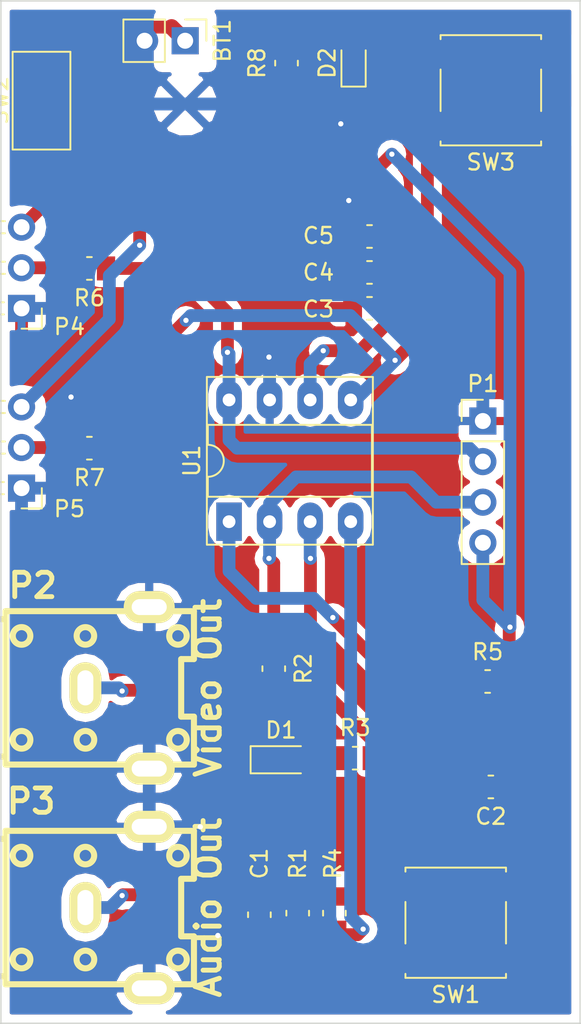
<source format=kicad_pcb>
(kicad_pcb (version 20171130) (host pcbnew "(5.0-dev-4115-gdd04bcbcb)")

  (general
    (thickness 1.6)
    (drawings 4)
    (tracks 177)
    (zones 0)
    (modules 25)
    (nets 16)
  )

  (page A4)
  (layers
    (0 F.Cu signal hide)
    (31 B.Cu signal hide)
    (32 B.Adhes user)
    (33 F.Adhes user)
    (34 B.Paste user)
    (35 F.Paste user)
    (36 B.SilkS user)
    (37 F.SilkS user)
    (38 B.Mask user)
    (39 F.Mask user)
    (40 Dwgs.User user)
    (41 Cmts.User user)
    (42 Eco1.User user)
    (43 Eco2.User user)
    (44 Edge.Cuts user)
    (45 Margin user)
    (46 B.CrtYd user)
    (47 F.CrtYd user)
    (48 B.Fab user)
    (49 F.Fab user)
  )

  (setup
    (last_trace_width 0.1524)
    (user_trace_width 0.2)
    (user_trace_width 0.3)
    (user_trace_width 0.4)
    (user_trace_width 0.5)
    (user_trace_width 0.6)
    (user_trace_width 0.7)
    (user_trace_width 0.8)
    (trace_clearance 0.1524)
    (zone_clearance 0.508)
    (zone_45_only yes)
    (trace_min 0.1524)
    (segment_width 0.2)
    (edge_width 0.1)
    (via_size 0.6858)
    (via_drill 0.3302)
    (via_min_size 0.6858)
    (via_min_drill 0.3302)
    (uvia_size 0.03)
    (uvia_drill 0.02)
    (uvias_allowed no)
    (uvia_min_size 0)
    (uvia_min_drill 0)
    (pcb_text_width 0.3)
    (pcb_text_size 1.5 1.5)
    (mod_edge_width 0.15)
    (mod_text_size 1 1)
    (mod_text_width 0.15)
    (pad_size 1.5 1.5)
    (pad_drill 0.6)
    (pad_to_mask_clearance 0)
    (aux_axis_origin 107.7 125.5)
    (visible_elements 7FFFFFFF)
    (pcbplotparams
      (layerselection 0x010cc_80000001)
      (usegerberextensions false)
      (usegerberattributes false)
      (usegerberadvancedattributes false)
      (creategerberjobfile false)
      (excludeedgelayer false)
      (linewidth 0.200000)
      (plotframeref false)
      (viasonmask false)
      (mode 1)
      (useauxorigin true)
      (hpglpennumber 1)
      (hpglpenspeed 20)
      (hpglpendiameter 15)
      (psnegative false)
      (psa4output false)
      (plotreference true)
      (plotvalue true)
      (plotinvisibletext false)
      (padsonsilk false)
      (subtractmaskfromsilk false)
      (outputformat 1)
      (mirror false)
      (drillshape 0)
      (scaleselection 1)
      (outputdirectory gerbers/))
  )

  (net 0 "")
  (net 1 "Net-(BT1-Pad1)")
  (net 2 GND)
  (net 3 "Net-(C1-Pad1)")
  (net 4 "Net-(C2-Pad1)")
  (net 5 VDD)
  (net 6 "Net-(D1-Pad1)")
  (net 7 "Net-(D1-Pad2)")
  (net 8 "Net-(D2-Pad2)")
  (net 9 /P1)
  (net 10 /DSYNC)
  (net 11 "Net-(P4-Pad2)")
  (net 12 "Net-(P5-Pad2)")
  (net 13 /DVIDEO)
  (net 14 /DAUDIO)
  (net 15 /P2)

  (net_class Default "This is the default net class."
    (clearance 0.1524)
    (trace_width 0.1524)
    (via_dia 0.6858)
    (via_drill 0.3302)
    (uvia_dia 0.03)
    (uvia_drill 0.02)
    (add_net /DAUDIO)
    (add_net /DSYNC)
    (add_net /DVIDEO)
    (add_net /P1)
    (add_net /P2)
    (add_net GND)
    (add_net "Net-(BT1-Pad1)")
    (add_net "Net-(C1-Pad1)")
    (add_net "Net-(C2-Pad1)")
    (add_net "Net-(D1-Pad1)")
    (add_net "Net-(D1-Pad2)")
    (add_net "Net-(D2-Pad2)")
    (add_net "Net-(P4-Pad2)")
    (add_net "Net-(P5-Pad2)")
    (add_net VDD)
  )

  (module w_conn_av:rca_yellow locked (layer F.Cu) (tedit 0) (tstamp 58AED477)
    (at 113 104.5 270)
    (descr "RCA Audio connector, yellow, Pro Signal p/n PSG01547")
    (tags "rca, audio")
    (path /56FF0DA9)
    (fp_text reference P2 (at -6.4 3.3) (layer F.SilkS)
      (effects (font (size 1.524 1.524) (thickness 0.3048)))
    )
    (fp_text value "Video Out" (at 0 -7.69874 270) (layer F.SilkS)
      (effects (font (size 1.524 1.524) (thickness 0.3048)))
    )
    (fp_circle (center -3.2512 -5.79882) (end -3.79984 -5.79882) (layer F.SilkS) (width 0.381))
    (fp_circle (center 3.2512 -5.79882) (end 2.70002 -5.84962) (layer F.SilkS) (width 0.381))
    (fp_circle (center 3.2512 4.0005) (end 2.70002 4.04876) (layer F.SilkS) (width 0.381))
    (fp_circle (center -3.2512 4.0005) (end -3.79984 3.9497) (layer F.SilkS) (width 0.381))
    (fp_circle (center -3.2512 0) (end -3.79984 0) (layer F.SilkS) (width 0.381))
    (fp_circle (center 3.2512 0) (end 2.70002 -0.0508) (layer F.SilkS) (width 0.381))
    (fp_line (start -4.30022 5.00126) (end -4.30022 14.00048) (layer F.SilkS) (width 0.381))
    (fp_line (start -4.30022 14.00048) (end 4.30022 14.00048) (layer F.SilkS) (width 0.381))
    (fp_line (start 4.30022 14.00048) (end 4.30022 5.00126) (layer F.SilkS) (width 0.381))
    (fp_line (start 4.8006 -4.89966) (end 5.40004 -4.89966) (layer F.SilkS) (width 0.381))
    (fp_line (start 5.40004 -4.89966) (end 5.40004 -3.0988) (layer F.SilkS) (width 0.381))
    (fp_line (start 5.40004 -3.0988) (end 4.8006 -3.0988) (layer F.SilkS) (width 0.381))
    (fp_line (start -5.40004 -4.89966) (end -4.8006 -4.89966) (layer F.SilkS) (width 0.381))
    (fp_line (start -4.8006 -3.0988) (end -5.40004 -3.0988) (layer F.SilkS) (width 0.381))
    (fp_line (start -5.40004 -3.0988) (end -5.40004 -4.89966) (layer F.SilkS) (width 0.381))
    (fp_line (start -4.8006 -6.79958) (end -1.80086 -6.79958) (layer F.SilkS) (width 0.381))
    (fp_line (start -1.80086 -6.79958) (end -1.80086 -5.99948) (layer F.SilkS) (width 0.381))
    (fp_line (start -1.80086 -5.99948) (end 1.80086 -5.99948) (layer F.SilkS) (width 0.381))
    (fp_line (start 1.80086 -5.99948) (end 1.80086 -6.79958) (layer F.SilkS) (width 0.381))
    (fp_line (start 1.80086 -6.79958) (end 4.8006 -6.79958) (layer F.SilkS) (width 0.381))
    (fp_line (start 4.8006 5.00126) (end -4.8006 5.00126) (layer F.SilkS) (width 0.381))
    (fp_line (start -4.8006 4.99872) (end -4.8006 -6.80212) (layer F.SilkS) (width 0.381))
    (fp_line (start 4.8006 -6.79958) (end 4.8006 5.00126) (layer F.SilkS) (width 0.381))
    (pad 2 thru_hole oval (at 5.0546 -3.99796 270) (size 1.99898 3.19786) (drill oval 0.99568 2.1971) (layers *.Cu *.Mask F.SilkS)
      (net 2 GND))
    (pad 1 thru_hole oval (at 0 0 270) (size 3.19786 1.99898) (drill oval 2.1971 0.99568) (layers *.Cu *.Mask F.SilkS)
      (net 6 "Net-(D1-Pad1)"))
    (pad 2 thru_hole oval (at -5.0546 -3.99796 270) (size 1.99898 3.19786) (drill oval 0.99568 2.1971) (layers *.Cu *.Mask F.SilkS)
      (net 2 GND))
    (model walter/conn_av/rca_yellow.wrl
      (at (xyz 0 0 0))
      (scale (xyz 1 1 1))
      (rotate (xyz 0 0 0))
    )
  )

  (module w_conn_av:rca_yellow locked (layer F.Cu) (tedit 0) (tstamp 58AED47E)
    (at 113 118.25 270)
    (descr "RCA Audio connector, yellow, Pro Signal p/n PSG01547")
    (tags "rca, audio")
    (path /56FF0DFA)
    (fp_text reference P3 (at -6.65 3.4) (layer F.SilkS)
      (effects (font (size 1.524 1.524) (thickness 0.3048)))
    )
    (fp_text value "Audio Out" (at 0 -7.69874 270) (layer F.SilkS)
      (effects (font (size 1.524 1.524) (thickness 0.3048)))
    )
    (fp_circle (center -3.2512 -5.79882) (end -3.79984 -5.79882) (layer F.SilkS) (width 0.381))
    (fp_circle (center 3.2512 -5.79882) (end 2.70002 -5.84962) (layer F.SilkS) (width 0.381))
    (fp_circle (center 3.2512 4.0005) (end 2.70002 4.04876) (layer F.SilkS) (width 0.381))
    (fp_circle (center -3.2512 4.0005) (end -3.79984 3.9497) (layer F.SilkS) (width 0.381))
    (fp_circle (center -3.2512 0) (end -3.79984 0) (layer F.SilkS) (width 0.381))
    (fp_circle (center 3.2512 0) (end 2.70002 -0.0508) (layer F.SilkS) (width 0.381))
    (fp_line (start -4.30022 5.00126) (end -4.30022 14.00048) (layer F.SilkS) (width 0.381))
    (fp_line (start -4.30022 14.00048) (end 4.30022 14.00048) (layer F.SilkS) (width 0.381))
    (fp_line (start 4.30022 14.00048) (end 4.30022 5.00126) (layer F.SilkS) (width 0.381))
    (fp_line (start 4.8006 -4.89966) (end 5.40004 -4.89966) (layer F.SilkS) (width 0.381))
    (fp_line (start 5.40004 -4.89966) (end 5.40004 -3.0988) (layer F.SilkS) (width 0.381))
    (fp_line (start 5.40004 -3.0988) (end 4.8006 -3.0988) (layer F.SilkS) (width 0.381))
    (fp_line (start -5.40004 -4.89966) (end -4.8006 -4.89966) (layer F.SilkS) (width 0.381))
    (fp_line (start -4.8006 -3.0988) (end -5.40004 -3.0988) (layer F.SilkS) (width 0.381))
    (fp_line (start -5.40004 -3.0988) (end -5.40004 -4.89966) (layer F.SilkS) (width 0.381))
    (fp_line (start -4.8006 -6.79958) (end -1.80086 -6.79958) (layer F.SilkS) (width 0.381))
    (fp_line (start -1.80086 -6.79958) (end -1.80086 -5.99948) (layer F.SilkS) (width 0.381))
    (fp_line (start -1.80086 -5.99948) (end 1.80086 -5.99948) (layer F.SilkS) (width 0.381))
    (fp_line (start 1.80086 -5.99948) (end 1.80086 -6.79958) (layer F.SilkS) (width 0.381))
    (fp_line (start 1.80086 -6.79958) (end 4.8006 -6.79958) (layer F.SilkS) (width 0.381))
    (fp_line (start 4.8006 5.00126) (end -4.8006 5.00126) (layer F.SilkS) (width 0.381))
    (fp_line (start -4.8006 4.99872) (end -4.8006 -6.80212) (layer F.SilkS) (width 0.381))
    (fp_line (start 4.8006 -6.79958) (end 4.8006 5.00126) (layer F.SilkS) (width 0.381))
    (pad 2 thru_hole oval (at 5.0546 -3.99796 270) (size 1.99898 3.19786) (drill oval 0.99568 2.1971) (layers *.Cu *.Mask F.SilkS)
      (net 2 GND))
    (pad 1 thru_hole oval (at 0 0 270) (size 3.19786 1.99898) (drill oval 2.1971 0.99568) (layers *.Cu *.Mask F.SilkS)
      (net 3 "Net-(C1-Pad1)"))
    (pad 2 thru_hole oval (at -5.0546 -3.99796 270) (size 1.99898 3.19786) (drill oval 0.99568 2.1971) (layers *.Cu *.Mask F.SilkS)
      (net 2 GND))
    (model walter/conn_av/rca_yellow.wrl
      (at (xyz 0 0 0))
      (scale (xyz 1 1 1))
      (rotate (xyz 0 0 0))
    )
  )

  (module Connector_PinHeader_2.54mm:PinHeader_1x02_P2.54mm_Vertical (layer F.Cu) (tedit 59FED5CC) (tstamp 5AA64DB6)
    (at 119.25 64 270)
    (descr "Through hole straight pin header, 1x02, 2.54mm pitch, single row")
    (tags "Through hole pin header THT 1x02 2.54mm single row")
    (path /56FF4D0C)
    (fp_text reference BT1 (at 0 -2.33 270) (layer F.SilkS)
      (effects (font (size 1 1) (thickness 0.15)))
    )
    (fp_text value Battery (at 0 4.87 270) (layer F.Fab)
      (effects (font (size 1 1) (thickness 0.15)))
    )
    (fp_line (start -0.635 -1.27) (end 1.27 -1.27) (layer F.Fab) (width 0.1))
    (fp_line (start 1.27 -1.27) (end 1.27 3.81) (layer F.Fab) (width 0.1))
    (fp_line (start 1.27 3.81) (end -1.27 3.81) (layer F.Fab) (width 0.1))
    (fp_line (start -1.27 3.81) (end -1.27 -0.635) (layer F.Fab) (width 0.1))
    (fp_line (start -1.27 -0.635) (end -0.635 -1.27) (layer F.Fab) (width 0.1))
    (fp_line (start -1.33 3.87) (end 1.33 3.87) (layer F.SilkS) (width 0.12))
    (fp_line (start -1.33 1.27) (end -1.33 3.87) (layer F.SilkS) (width 0.12))
    (fp_line (start 1.33 1.27) (end 1.33 3.87) (layer F.SilkS) (width 0.12))
    (fp_line (start -1.33 1.27) (end 1.33 1.27) (layer F.SilkS) (width 0.12))
    (fp_line (start -1.33 0) (end -1.33 -1.33) (layer F.SilkS) (width 0.12))
    (fp_line (start -1.33 -1.33) (end 0 -1.33) (layer F.SilkS) (width 0.12))
    (fp_line (start -1.8 -1.8) (end -1.8 4.35) (layer F.CrtYd) (width 0.05))
    (fp_line (start -1.8 4.35) (end 1.8 4.35) (layer F.CrtYd) (width 0.05))
    (fp_line (start 1.8 4.35) (end 1.8 -1.8) (layer F.CrtYd) (width 0.05))
    (fp_line (start 1.8 -1.8) (end -1.8 -1.8) (layer F.CrtYd) (width 0.05))
    (fp_text user %R (at 0 1.27) (layer F.Fab)
      (effects (font (size 1 1) (thickness 0.15)))
    )
    (pad 1 thru_hole rect (at 0 0 270) (size 1.7 1.7) (drill 1) (layers *.Cu *.Mask)
      (net 1 "Net-(BT1-Pad1)"))
    (pad 2 thru_hole oval (at 0 2.54 270) (size 1.7 1.7) (drill 1) (layers *.Cu *.Mask)
      (net 2 GND))
    (model ${KISYS3DMOD}/Connector_PinHeader_2.54mm.3dshapes/PinHeader_1x02_P2.54mm_Vertical.wrl
      (at (xyz 0 0 0))
      (scale (xyz 1 1 1))
      (rotate (xyz 0 0 0))
    )
  )

  (module Capacitor_SMD:C_0805_2012Metric_Pad1.15x1.50mm_HandSolder (layer F.Cu) (tedit 59FE48B8) (tstamp 5AA64DCB)
    (at 123.9 118.7 270)
    (descr "Capacitor SMD 0805 (2012 Metric), square (rectangular) end terminal, IPC_7351 nominal with elongated pad for handsoldering. (Body size source: http://www.tortai-tech.com/upload/download/2011102023233369053.pdf), generated with kicad-footprint-generator")
    (tags "capacitor handsolder")
    (path /56FF1079)
    (attr smd)
    (fp_text reference C1 (at -3.2 0 270) (layer F.SilkS)
      (effects (font (size 1 1) (thickness 0.15)))
    )
    (fp_text value 2.2n (at 3.8 -0.1 270) (layer F.Fab)
      (effects (font (size 1 1) (thickness 0.15)))
    )
    (fp_line (start -1 0.6) (end -1 -0.6) (layer F.Fab) (width 0.1))
    (fp_line (start -1 -0.6) (end 1 -0.6) (layer F.Fab) (width 0.1))
    (fp_line (start 1 -0.6) (end 1 0.6) (layer F.Fab) (width 0.1))
    (fp_line (start 1 0.6) (end -1 0.6) (layer F.Fab) (width 0.1))
    (fp_line (start -0.15 -0.71) (end 0.15 -0.71) (layer F.SilkS) (width 0.12))
    (fp_line (start -0.15 0.71) (end 0.15 0.71) (layer F.SilkS) (width 0.12))
    (fp_line (start -1.86 1) (end -1.86 -1) (layer F.CrtYd) (width 0.05))
    (fp_line (start -1.86 -1) (end 1.86 -1) (layer F.CrtYd) (width 0.05))
    (fp_line (start 1.86 -1) (end 1.86 1) (layer F.CrtYd) (width 0.05))
    (fp_line (start 1.86 1) (end -1.86 1) (layer F.CrtYd) (width 0.05))
    (fp_text user %R (at 0 0 270) (layer F.Fab)
      (effects (font (size 0.5 0.5) (thickness 0.08)))
    )
    (pad 1 smd rect (at -1.0425 0 270) (size 1.145 1.5) (layers F.Cu F.Paste F.Mask)
      (net 3 "Net-(C1-Pad1)"))
    (pad 2 smd rect (at 1.0425 0 270) (size 1.145 1.5) (layers F.Cu F.Paste F.Mask)
      (net 2 GND))
    (model ${KISYS3DMOD}/Capacitor_SMD.3dshapes/C_0805_2012Metric.wrl
      (at (xyz 0 0 0))
      (scale (xyz 1 1 1))
      (rotate (xyz 0 0 0))
    )
  )

  (module Capacitor_SMD:C_0805_2012Metric_Pad1.15x1.50mm_HandSolder (layer F.Cu) (tedit 59FE48B8) (tstamp 5AA64DDB)
    (at 138.4 110.7 180)
    (descr "Capacitor SMD 0805 (2012 Metric), square (rectangular) end terminal, IPC_7351 nominal with elongated pad for handsoldering. (Body size source: http://www.tortai-tech.com/upload/download/2011102023233369053.pdf), generated with kicad-footprint-generator")
    (tags "capacitor handsolder")
    (path /56FF55BE)
    (attr smd)
    (fp_text reference C2 (at 0 -1.85 180) (layer F.SilkS)
      (effects (font (size 1 1) (thickness 0.15)))
    )
    (fp_text value 100n (at 0 1.85 180) (layer F.Fab)
      (effects (font (size 1 1) (thickness 0.15)))
    )
    (fp_text user %R (at 0 0 180) (layer F.Fab)
      (effects (font (size 0.5 0.5) (thickness 0.08)))
    )
    (fp_line (start 1.86 1) (end -1.86 1) (layer F.CrtYd) (width 0.05))
    (fp_line (start 1.86 -1) (end 1.86 1) (layer F.CrtYd) (width 0.05))
    (fp_line (start -1.86 -1) (end 1.86 -1) (layer F.CrtYd) (width 0.05))
    (fp_line (start -1.86 1) (end -1.86 -1) (layer F.CrtYd) (width 0.05))
    (fp_line (start -0.15 0.71) (end 0.15 0.71) (layer F.SilkS) (width 0.12))
    (fp_line (start -0.15 -0.71) (end 0.15 -0.71) (layer F.SilkS) (width 0.12))
    (fp_line (start 1 0.6) (end -1 0.6) (layer F.Fab) (width 0.1))
    (fp_line (start 1 -0.6) (end 1 0.6) (layer F.Fab) (width 0.1))
    (fp_line (start -1 -0.6) (end 1 -0.6) (layer F.Fab) (width 0.1))
    (fp_line (start -1 0.6) (end -1 -0.6) (layer F.Fab) (width 0.1))
    (pad 2 smd rect (at 1.0425 0 180) (size 1.145 1.5) (layers F.Cu F.Paste F.Mask)
      (net 2 GND))
    (pad 1 smd rect (at -1.0425 0 180) (size 1.145 1.5) (layers F.Cu F.Paste F.Mask)
      (net 4 "Net-(C2-Pad1)"))
    (model ${KISYS3DMOD}/Capacitor_SMD.3dshapes/C_0805_2012Metric.wrl
      (at (xyz 0 0 0))
      (scale (xyz 1 1 1))
      (rotate (xyz 0 0 0))
    )
  )

  (module Capacitor_SMD:C_0805_2012Metric_Pad1.15x1.50mm_HandSolder (layer F.Cu) (tedit 59FE48B8) (tstamp 5AA64DEB)
    (at 130.8 80.75 180)
    (descr "Capacitor SMD 0805 (2012 Metric), square (rectangular) end terminal, IPC_7351 nominal with elongated pad for handsoldering. (Body size source: http://www.tortai-tech.com/upload/download/2011102023233369053.pdf), generated with kicad-footprint-generator")
    (tags "capacitor handsolder")
    (path /57009B5C)
    (attr smd)
    (fp_text reference C3 (at 3.2 -0.05 180) (layer F.SilkS)
      (effects (font (size 1 1) (thickness 0.15)))
    )
    (fp_text value 100n (at -4.2 -0.15 180) (layer F.Fab)
      (effects (font (size 1 1) (thickness 0.15)))
    )
    (fp_text user %R (at 0 0 180) (layer F.Fab)
      (effects (font (size 0.5 0.5) (thickness 0.08)))
    )
    (fp_line (start 1.86 1) (end -1.86 1) (layer F.CrtYd) (width 0.05))
    (fp_line (start 1.86 -1) (end 1.86 1) (layer F.CrtYd) (width 0.05))
    (fp_line (start -1.86 -1) (end 1.86 -1) (layer F.CrtYd) (width 0.05))
    (fp_line (start -1.86 1) (end -1.86 -1) (layer F.CrtYd) (width 0.05))
    (fp_line (start -0.15 0.71) (end 0.15 0.71) (layer F.SilkS) (width 0.12))
    (fp_line (start -0.15 -0.71) (end 0.15 -0.71) (layer F.SilkS) (width 0.12))
    (fp_line (start 1 0.6) (end -1 0.6) (layer F.Fab) (width 0.1))
    (fp_line (start 1 -0.6) (end 1 0.6) (layer F.Fab) (width 0.1))
    (fp_line (start -1 -0.6) (end 1 -0.6) (layer F.Fab) (width 0.1))
    (fp_line (start -1 0.6) (end -1 -0.6) (layer F.Fab) (width 0.1))
    (pad 2 smd rect (at 1.0425 0 180) (size 1.145 1.5) (layers F.Cu F.Paste F.Mask)
      (net 2 GND))
    (pad 1 smd rect (at -1.0425 0 180) (size 1.145 1.5) (layers F.Cu F.Paste F.Mask)
      (net 5 VDD))
    (model ${KISYS3DMOD}/Capacitor_SMD.3dshapes/C_0805_2012Metric.wrl
      (at (xyz 0 0 0))
      (scale (xyz 1 1 1))
      (rotate (xyz 0 0 0))
    )
  )

  (module Capacitor_SMD:C_0805_2012Metric_Pad1.15x1.50mm_HandSolder (layer F.Cu) (tedit 59FE48B8) (tstamp 5AA64DFB)
    (at 130.8 78.5 180)
    (descr "Capacitor SMD 0805 (2012 Metric), square (rectangular) end terminal, IPC_7351 nominal with elongated pad for handsoldering. (Body size source: http://www.tortai-tech.com/upload/download/2011102023233369053.pdf), generated with kicad-footprint-generator")
    (tags "capacitor handsolder")
    (path /57009D53)
    (attr smd)
    (fp_text reference C4 (at 3.2 0 180) (layer F.SilkS)
      (effects (font (size 1 1) (thickness 0.15)))
    )
    (fp_text value 100n (at -4.2 -0.1 180) (layer F.Fab)
      (effects (font (size 1 1) (thickness 0.15)))
    )
    (fp_line (start -1 0.6) (end -1 -0.6) (layer F.Fab) (width 0.1))
    (fp_line (start -1 -0.6) (end 1 -0.6) (layer F.Fab) (width 0.1))
    (fp_line (start 1 -0.6) (end 1 0.6) (layer F.Fab) (width 0.1))
    (fp_line (start 1 0.6) (end -1 0.6) (layer F.Fab) (width 0.1))
    (fp_line (start -0.15 -0.71) (end 0.15 -0.71) (layer F.SilkS) (width 0.12))
    (fp_line (start -0.15 0.71) (end 0.15 0.71) (layer F.SilkS) (width 0.12))
    (fp_line (start -1.86 1) (end -1.86 -1) (layer F.CrtYd) (width 0.05))
    (fp_line (start -1.86 -1) (end 1.86 -1) (layer F.CrtYd) (width 0.05))
    (fp_line (start 1.86 -1) (end 1.86 1) (layer F.CrtYd) (width 0.05))
    (fp_line (start 1.86 1) (end -1.86 1) (layer F.CrtYd) (width 0.05))
    (fp_text user %R (at 0 0 180) (layer F.Fab)
      (effects (font (size 0.5 0.5) (thickness 0.08)))
    )
    (pad 1 smd rect (at -1.0425 0 180) (size 1.145 1.5) (layers F.Cu F.Paste F.Mask)
      (net 5 VDD))
    (pad 2 smd rect (at 1.0425 0 180) (size 1.145 1.5) (layers F.Cu F.Paste F.Mask)
      (net 2 GND))
    (model ${KISYS3DMOD}/Capacitor_SMD.3dshapes/C_0805_2012Metric.wrl
      (at (xyz 0 0 0))
      (scale (xyz 1 1 1))
      (rotate (xyz 0 0 0))
    )
  )

  (module Capacitor_SMD:C_0805_2012Metric_Pad1.15x1.50mm_HandSolder (layer F.Cu) (tedit 59FE48B8) (tstamp 5AA652CD)
    (at 130.8 76.25 180)
    (descr "Capacitor SMD 0805 (2012 Metric), square (rectangular) end terminal, IPC_7351 nominal with elongated pad for handsoldering. (Body size source: http://www.tortai-tech.com/upload/download/2011102023233369053.pdf), generated with kicad-footprint-generator")
    (tags "capacitor handsolder")
    (path /56FF44CF)
    (attr smd)
    (fp_text reference C5 (at 3.2 0.05 180) (layer F.SilkS)
      (effects (font (size 1 1) (thickness 0.15)))
    )
    (fp_text value 100n (at -4.2 -0.05 180) (layer F.Fab)
      (effects (font (size 1 1) (thickness 0.15)))
    )
    (fp_line (start -1 0.6) (end -1 -0.6) (layer F.Fab) (width 0.1))
    (fp_line (start -1 -0.6) (end 1 -0.6) (layer F.Fab) (width 0.1))
    (fp_line (start 1 -0.6) (end 1 0.6) (layer F.Fab) (width 0.1))
    (fp_line (start 1 0.6) (end -1 0.6) (layer F.Fab) (width 0.1))
    (fp_line (start -0.15 -0.71) (end 0.15 -0.71) (layer F.SilkS) (width 0.12))
    (fp_line (start -0.15 0.71) (end 0.15 0.71) (layer F.SilkS) (width 0.12))
    (fp_line (start -1.86 1) (end -1.86 -1) (layer F.CrtYd) (width 0.05))
    (fp_line (start -1.86 -1) (end 1.86 -1) (layer F.CrtYd) (width 0.05))
    (fp_line (start 1.86 -1) (end 1.86 1) (layer F.CrtYd) (width 0.05))
    (fp_line (start 1.86 1) (end -1.86 1) (layer F.CrtYd) (width 0.05))
    (fp_text user %R (at 0 0 180) (layer F.Fab)
      (effects (font (size 0.5 0.5) (thickness 0.08)))
    )
    (pad 1 smd rect (at -1.0425 0 180) (size 1.145 1.5) (layers F.Cu F.Paste F.Mask)
      (net 5 VDD))
    (pad 2 smd rect (at 1.0425 0 180) (size 1.145 1.5) (layers F.Cu F.Paste F.Mask)
      (net 2 GND))
    (model ${KISYS3DMOD}/Capacitor_SMD.3dshapes/C_0805_2012Metric.wrl
      (at (xyz 0 0 0))
      (scale (xyz 1 1 1))
      (rotate (xyz 0 0 0))
    )
  )

  (module Diode_SMD:D_SOD-323_HandSoldering (layer F.Cu) (tedit 58641869) (tstamp 5AA64E1B)
    (at 125.25 109)
    (descr SOD-323)
    (tags SOD-323)
    (path /56FF19F2)
    (attr smd)
    (fp_text reference D1 (at 0 -1.85) (layer F.SilkS)
      (effects (font (size 1 1) (thickness 0.15)))
    )
    (fp_text value BAS70JFILM (at 0.1 1.9) (layer F.Fab)
      (effects (font (size 1 1) (thickness 0.15)))
    )
    (fp_text user %R (at 0 -1.85) (layer F.Fab)
      (effects (font (size 1 1) (thickness 0.15)))
    )
    (fp_line (start -1.9 -0.85) (end -1.9 0.85) (layer F.SilkS) (width 0.12))
    (fp_line (start 0.2 0) (end 0.45 0) (layer F.Fab) (width 0.1))
    (fp_line (start 0.2 0.35) (end -0.3 0) (layer F.Fab) (width 0.1))
    (fp_line (start 0.2 -0.35) (end 0.2 0.35) (layer F.Fab) (width 0.1))
    (fp_line (start -0.3 0) (end 0.2 -0.35) (layer F.Fab) (width 0.1))
    (fp_line (start -0.3 0) (end -0.5 0) (layer F.Fab) (width 0.1))
    (fp_line (start -0.3 -0.35) (end -0.3 0.35) (layer F.Fab) (width 0.1))
    (fp_line (start -0.9 0.7) (end -0.9 -0.7) (layer F.Fab) (width 0.1))
    (fp_line (start 0.9 0.7) (end -0.9 0.7) (layer F.Fab) (width 0.1))
    (fp_line (start 0.9 -0.7) (end 0.9 0.7) (layer F.Fab) (width 0.1))
    (fp_line (start -0.9 -0.7) (end 0.9 -0.7) (layer F.Fab) (width 0.1))
    (fp_line (start -2 -0.95) (end 2 -0.95) (layer F.CrtYd) (width 0.05))
    (fp_line (start 2 -0.95) (end 2 0.95) (layer F.CrtYd) (width 0.05))
    (fp_line (start -2 0.95) (end 2 0.95) (layer F.CrtYd) (width 0.05))
    (fp_line (start -2 -0.95) (end -2 0.95) (layer F.CrtYd) (width 0.05))
    (fp_line (start -1.9 0.85) (end 1.25 0.85) (layer F.SilkS) (width 0.12))
    (fp_line (start -1.9 -0.85) (end 1.25 -0.85) (layer F.SilkS) (width 0.12))
    (pad 1 smd rect (at -1.25 0) (size 1 1) (layers F.Cu F.Paste F.Mask)
      (net 6 "Net-(D1-Pad1)"))
    (pad 2 smd rect (at 1.25 0) (size 1 1) (layers F.Cu F.Paste F.Mask)
      (net 7 "Net-(D1-Pad2)"))
    (model ${KISYS3DMOD}/Diode_SMD.3dshapes/D_SOD-323.wrl
      (at (xyz 0 0 0))
      (scale (xyz 1 1 1))
      (rotate (xyz 0 0 0))
    )
  )

  (module LED_SMD:LED_0603_1608Metric_Pad0.67x1.00mm_HandSolder (layer F.Cu) (tedit 5A00A67C) (tstamp 5AA64E32)
    (at 129.8 65.4 90)
    (descr "LED SMD 0603 (1608 Metric), square (rectangular) end terminal, IPC_7351 nominal, (Body size source: http://www.tortai-tech.com/upload/download/2011102023233369053.pdf), generated with kicad-footprint-generator")
    (tags "LED handsolder")
    (path /57009AEB)
    (attr smd)
    (fp_text reference D2 (at 0 -1.65 90) (layer F.SilkS)
      (effects (font (size 1 1) (thickness 0.15)))
    )
    (fp_text value "Power LED" (at -1.1 1.8 90) (layer F.Fab)
      (effects (font (size 1 1) (thickness 0.15)))
    )
    (fp_line (start 0.8 -0.4) (end -0.5 -0.4) (layer F.Fab) (width 0.1))
    (fp_line (start -0.5 -0.4) (end -0.8 -0.1) (layer F.Fab) (width 0.1))
    (fp_line (start -0.8 -0.1) (end -0.8 0.4) (layer F.Fab) (width 0.1))
    (fp_line (start -0.8 0.4) (end 0.8 0.4) (layer F.Fab) (width 0.1))
    (fp_line (start 0.8 0.4) (end 0.8 -0.4) (layer F.Fab) (width 0.1))
    (fp_line (start 0.8 -0.76) (end -1.47 -0.76) (layer F.SilkS) (width 0.12))
    (fp_line (start -1.47 -0.76) (end -1.47 0.76) (layer F.SilkS) (width 0.12))
    (fp_line (start -1.47 0.76) (end 0.8 0.76) (layer F.SilkS) (width 0.12))
    (fp_line (start -1.46 0.75) (end -1.46 -0.75) (layer F.CrtYd) (width 0.05))
    (fp_line (start -1.46 -0.75) (end 1.46 -0.75) (layer F.CrtYd) (width 0.05))
    (fp_line (start 1.46 -0.75) (end 1.46 0.75) (layer F.CrtYd) (width 0.05))
    (fp_line (start 1.46 0.75) (end -1.46 0.75) (layer F.CrtYd) (width 0.05))
    (fp_text user %R (at 0 0 90) (layer F.Fab)
      (effects (font (size 0.5 0.5) (thickness 0.08)))
    )
    (pad 1 smd rect (at -0.875 0 90) (size 0.67 1) (layers F.Cu F.Paste F.Mask)
      (net 2 GND))
    (pad 2 smd rect (at 0.875 0 90) (size 0.67 1) (layers F.Cu F.Paste F.Mask)
      (net 8 "Net-(D2-Pad2)"))
    (model ${KISYS3DMOD}/LED_SMD.3dshapes/LED_0603_1608Metric.wrl
      (at (xyz 0 0 0))
      (scale (xyz 1 1 1))
      (rotate (xyz 0 0 0))
    )
  )

  (module Connector_PinHeader_2.54mm:PinHeader_1x04_P2.54mm_Vertical (layer F.Cu) (tedit 59FED5CC) (tstamp 5AA64E44)
    (at 137.9 87.8)
    (descr "Through hole straight pin header, 1x04, 2.54mm pitch, single row")
    (tags "Through hole pin header THT 1x04 2.54mm single row")
    (path /56FF0C75)
    (fp_text reference P1 (at 0 -2.33) (layer F.SilkS)
      (effects (font (size 1 1) (thickness 0.15)))
    )
    (fp_text value "Serial Prog" (at 3 3.9 90) (layer F.Fab)
      (effects (font (size 1 1) (thickness 0.15)))
    )
    (fp_line (start -0.635 -1.27) (end 1.27 -1.27) (layer F.Fab) (width 0.1))
    (fp_line (start 1.27 -1.27) (end 1.27 8.89) (layer F.Fab) (width 0.1))
    (fp_line (start 1.27 8.89) (end -1.27 8.89) (layer F.Fab) (width 0.1))
    (fp_line (start -1.27 8.89) (end -1.27 -0.635) (layer F.Fab) (width 0.1))
    (fp_line (start -1.27 -0.635) (end -0.635 -1.27) (layer F.Fab) (width 0.1))
    (fp_line (start -1.33 8.95) (end 1.33 8.95) (layer F.SilkS) (width 0.12))
    (fp_line (start -1.33 1.27) (end -1.33 8.95) (layer F.SilkS) (width 0.12))
    (fp_line (start 1.33 1.27) (end 1.33 8.95) (layer F.SilkS) (width 0.12))
    (fp_line (start -1.33 1.27) (end 1.33 1.27) (layer F.SilkS) (width 0.12))
    (fp_line (start -1.33 0) (end -1.33 -1.33) (layer F.SilkS) (width 0.12))
    (fp_line (start -1.33 -1.33) (end 0 -1.33) (layer F.SilkS) (width 0.12))
    (fp_line (start -1.8 -1.8) (end -1.8 9.4) (layer F.CrtYd) (width 0.05))
    (fp_line (start -1.8 9.4) (end 1.8 9.4) (layer F.CrtYd) (width 0.05))
    (fp_line (start 1.8 9.4) (end 1.8 -1.8) (layer F.CrtYd) (width 0.05))
    (fp_line (start 1.8 -1.8) (end -1.8 -1.8) (layer F.CrtYd) (width 0.05))
    (fp_text user %R (at 0 3.81 90) (layer F.Fab)
      (effects (font (size 1 1) (thickness 0.15)))
    )
    (pad 1 thru_hole rect (at 0 0) (size 1.7 1.7) (drill 1) (layers *.Cu *.Mask)
      (net 2 GND))
    (pad 2 thru_hole oval (at 0 2.54) (size 1.7 1.7) (drill 1) (layers *.Cu *.Mask)
      (net 9 /P1))
    (pad 3 thru_hole oval (at 0 5.08) (size 1.7 1.7) (drill 1) (layers *.Cu *.Mask)
      (net 10 /DSYNC))
    (pad 4 thru_hole oval (at 0 7.62) (size 1.7 1.7) (drill 1) (layers *.Cu *.Mask)
      (net 5 VDD))
    (model ${KISYS3DMOD}/Connector_PinHeader_2.54mm.3dshapes/PinHeader_1x04_P2.54mm_Vertical.wrl
      (at (xyz 0 0 0))
      (scale (xyz 1 1 1))
      (rotate (xyz 0 0 0))
    )
  )

  (module Connector_PinHeader_2.54mm:PinHeader_1x03_P2.54mm_Horizontal locked (layer F.Cu) (tedit 59FED5CB) (tstamp 5AA64E5B)
    (at 109 80.75 180)
    (descr "Through hole angled pin header, 1x03, 2.54mm pitch, 6mm pin length, single row")
    (tags "Through hole angled pin header THT 1x03 2.54mm single row")
    (path /56FF2CB4)
    (fp_text reference P4 (at -3 -1.15 180) (layer F.SilkS)
      (effects (font (size 1 1) (thickness 0.15)))
    )
    (fp_text value "Paddle 1" (at -2.8 -2.95 180) (layer F.Fab)
      (effects (font (size 1 1) (thickness 0.15)))
    )
    (fp_line (start 2.135 -1.27) (end 4.04 -1.27) (layer F.Fab) (width 0.1))
    (fp_line (start 4.04 -1.27) (end 4.04 6.35) (layer F.Fab) (width 0.1))
    (fp_line (start 4.04 6.35) (end 1.5 6.35) (layer F.Fab) (width 0.1))
    (fp_line (start 1.5 6.35) (end 1.5 -0.635) (layer F.Fab) (width 0.1))
    (fp_line (start 1.5 -0.635) (end 2.135 -1.27) (layer F.Fab) (width 0.1))
    (fp_line (start -0.32 -0.32) (end 1.5 -0.32) (layer F.Fab) (width 0.1))
    (fp_line (start -0.32 -0.32) (end -0.32 0.32) (layer F.Fab) (width 0.1))
    (fp_line (start -0.32 0.32) (end 1.5 0.32) (layer F.Fab) (width 0.1))
    (fp_line (start 4.04 -0.32) (end 10.04 -0.32) (layer F.Fab) (width 0.1))
    (fp_line (start 10.04 -0.32) (end 10.04 0.32) (layer F.Fab) (width 0.1))
    (fp_line (start 4.04 0.32) (end 10.04 0.32) (layer F.Fab) (width 0.1))
    (fp_line (start -0.32 2.22) (end 1.5 2.22) (layer F.Fab) (width 0.1))
    (fp_line (start -0.32 2.22) (end -0.32 2.86) (layer F.Fab) (width 0.1))
    (fp_line (start -0.32 2.86) (end 1.5 2.86) (layer F.Fab) (width 0.1))
    (fp_line (start 4.04 2.22) (end 10.04 2.22) (layer F.Fab) (width 0.1))
    (fp_line (start 10.04 2.22) (end 10.04 2.86) (layer F.Fab) (width 0.1))
    (fp_line (start 4.04 2.86) (end 10.04 2.86) (layer F.Fab) (width 0.1))
    (fp_line (start -0.32 4.76) (end 1.5 4.76) (layer F.Fab) (width 0.1))
    (fp_line (start -0.32 4.76) (end -0.32 5.4) (layer F.Fab) (width 0.1))
    (fp_line (start -0.32 5.4) (end 1.5 5.4) (layer F.Fab) (width 0.1))
    (fp_line (start 4.04 4.76) (end 10.04 4.76) (layer F.Fab) (width 0.1))
    (fp_line (start 10.04 4.76) (end 10.04 5.4) (layer F.Fab) (width 0.1))
    (fp_line (start 4.04 5.4) (end 10.04 5.4) (layer F.Fab) (width 0.1))
    (fp_line (start 1.44 -1.33) (end 1.44 6.41) (layer F.SilkS) (width 0.12))
    (fp_line (start 1.44 6.41) (end 4.1 6.41) (layer F.SilkS) (width 0.12))
    (fp_line (start 4.1 6.41) (end 4.1 -1.33) (layer F.SilkS) (width 0.12))
    (fp_line (start 4.1 -1.33) (end 1.44 -1.33) (layer F.SilkS) (width 0.12))
    (fp_line (start 4.1 -0.38) (end 10.1 -0.38) (layer F.SilkS) (width 0.12))
    (fp_line (start 10.1 -0.38) (end 10.1 0.38) (layer F.SilkS) (width 0.12))
    (fp_line (start 10.1 0.38) (end 4.1 0.38) (layer F.SilkS) (width 0.12))
    (fp_line (start 4.1 -0.32) (end 10.1 -0.32) (layer F.SilkS) (width 0.12))
    (fp_line (start 4.1 -0.2) (end 10.1 -0.2) (layer F.SilkS) (width 0.12))
    (fp_line (start 4.1 -0.08) (end 10.1 -0.08) (layer F.SilkS) (width 0.12))
    (fp_line (start 4.1 0.04) (end 10.1 0.04) (layer F.SilkS) (width 0.12))
    (fp_line (start 4.1 0.16) (end 10.1 0.16) (layer F.SilkS) (width 0.12))
    (fp_line (start 4.1 0.28) (end 10.1 0.28) (layer F.SilkS) (width 0.12))
    (fp_line (start 1.11 -0.38) (end 1.44 -0.38) (layer F.SilkS) (width 0.12))
    (fp_line (start 1.11 0.38) (end 1.44 0.38) (layer F.SilkS) (width 0.12))
    (fp_line (start 1.44 1.27) (end 4.1 1.27) (layer F.SilkS) (width 0.12))
    (fp_line (start 4.1 2.16) (end 10.1 2.16) (layer F.SilkS) (width 0.12))
    (fp_line (start 10.1 2.16) (end 10.1 2.92) (layer F.SilkS) (width 0.12))
    (fp_line (start 10.1 2.92) (end 4.1 2.92) (layer F.SilkS) (width 0.12))
    (fp_line (start 1.042929 2.16) (end 1.44 2.16) (layer F.SilkS) (width 0.12))
    (fp_line (start 1.042929 2.92) (end 1.44 2.92) (layer F.SilkS) (width 0.12))
    (fp_line (start 1.44 3.81) (end 4.1 3.81) (layer F.SilkS) (width 0.12))
    (fp_line (start 4.1 4.7) (end 10.1 4.7) (layer F.SilkS) (width 0.12))
    (fp_line (start 10.1 4.7) (end 10.1 5.46) (layer F.SilkS) (width 0.12))
    (fp_line (start 10.1 5.46) (end 4.1 5.46) (layer F.SilkS) (width 0.12))
    (fp_line (start 1.042929 4.7) (end 1.44 4.7) (layer F.SilkS) (width 0.12))
    (fp_line (start 1.042929 5.46) (end 1.44 5.46) (layer F.SilkS) (width 0.12))
    (fp_line (start -1.27 0) (end -1.27 -1.27) (layer F.SilkS) (width 0.12))
    (fp_line (start -1.27 -1.27) (end 0 -1.27) (layer F.SilkS) (width 0.12))
    (fp_line (start -1.8 -1.8) (end -1.8 6.85) (layer F.CrtYd) (width 0.05))
    (fp_line (start -1.8 6.85) (end 10.55 6.85) (layer F.CrtYd) (width 0.05))
    (fp_line (start 10.55 6.85) (end 10.55 -1.8) (layer F.CrtYd) (width 0.05))
    (fp_line (start 10.55 -1.8) (end -1.8 -1.8) (layer F.CrtYd) (width 0.05))
    (fp_text user %R (at 2.77 2.54 270) (layer F.Fab)
      (effects (font (size 1 1) (thickness 0.15)))
    )
    (pad 1 thru_hole rect (at 0 0 180) (size 1.7 1.7) (drill 1) (layers *.Cu *.Mask)
      (net 2 GND))
    (pad 2 thru_hole oval (at 0 2.54 180) (size 1.7 1.7) (drill 1) (layers *.Cu *.Mask)
      (net 11 "Net-(P4-Pad2)"))
    (pad 3 thru_hole oval (at 0 5.08 180) (size 1.7 1.7) (drill 1) (layers *.Cu *.Mask)
      (net 5 VDD))
    (model ${KISYS3DMOD}/Connector_PinHeader_2.54mm.3dshapes/PinHeader_1x03_P2.54mm_Horizontal.wrl
      (at (xyz 0 0 0))
      (scale (xyz 1 1 1))
      (rotate (xyz 0 0 0))
    )
  )

  (module Connector_PinHeader_2.54mm:PinHeader_1x03_P2.54mm_Horizontal locked (layer F.Cu) (tedit 59FED5CB) (tstamp 5AA64E9A)
    (at 109 92 180)
    (descr "Through hole angled pin header, 1x03, 2.54mm pitch, 6mm pin length, single row")
    (tags "Through hole angled pin header THT 1x03 2.54mm single row")
    (path /56FF2D0F)
    (fp_text reference P5 (at -3 -1.3 180) (layer F.SilkS)
      (effects (font (size 1 1) (thickness 0.15)))
    )
    (fp_text value "Paddle 2" (at -2.8 -2.8 180) (layer F.Fab)
      (effects (font (size 1 1) (thickness 0.15)))
    )
    (fp_text user %R (at 2.77 2.54 270) (layer F.Fab)
      (effects (font (size 1 1) (thickness 0.15)))
    )
    (fp_line (start 10.55 -1.8) (end -1.8 -1.8) (layer F.CrtYd) (width 0.05))
    (fp_line (start 10.55 6.85) (end 10.55 -1.8) (layer F.CrtYd) (width 0.05))
    (fp_line (start -1.8 6.85) (end 10.55 6.85) (layer F.CrtYd) (width 0.05))
    (fp_line (start -1.8 -1.8) (end -1.8 6.85) (layer F.CrtYd) (width 0.05))
    (fp_line (start -1.27 -1.27) (end 0 -1.27) (layer F.SilkS) (width 0.12))
    (fp_line (start -1.27 0) (end -1.27 -1.27) (layer F.SilkS) (width 0.12))
    (fp_line (start 1.042929 5.46) (end 1.44 5.46) (layer F.SilkS) (width 0.12))
    (fp_line (start 1.042929 4.7) (end 1.44 4.7) (layer F.SilkS) (width 0.12))
    (fp_line (start 10.1 5.46) (end 4.1 5.46) (layer F.SilkS) (width 0.12))
    (fp_line (start 10.1 4.7) (end 10.1 5.46) (layer F.SilkS) (width 0.12))
    (fp_line (start 4.1 4.7) (end 10.1 4.7) (layer F.SilkS) (width 0.12))
    (fp_line (start 1.44 3.81) (end 4.1 3.81) (layer F.SilkS) (width 0.12))
    (fp_line (start 1.042929 2.92) (end 1.44 2.92) (layer F.SilkS) (width 0.12))
    (fp_line (start 1.042929 2.16) (end 1.44 2.16) (layer F.SilkS) (width 0.12))
    (fp_line (start 10.1 2.92) (end 4.1 2.92) (layer F.SilkS) (width 0.12))
    (fp_line (start 10.1 2.16) (end 10.1 2.92) (layer F.SilkS) (width 0.12))
    (fp_line (start 4.1 2.16) (end 10.1 2.16) (layer F.SilkS) (width 0.12))
    (fp_line (start 1.44 1.27) (end 4.1 1.27) (layer F.SilkS) (width 0.12))
    (fp_line (start 1.11 0.38) (end 1.44 0.38) (layer F.SilkS) (width 0.12))
    (fp_line (start 1.11 -0.38) (end 1.44 -0.38) (layer F.SilkS) (width 0.12))
    (fp_line (start 4.1 0.28) (end 10.1 0.28) (layer F.SilkS) (width 0.12))
    (fp_line (start 4.1 0.16) (end 10.1 0.16) (layer F.SilkS) (width 0.12))
    (fp_line (start 4.1 0.04) (end 10.1 0.04) (layer F.SilkS) (width 0.12))
    (fp_line (start 4.1 -0.08) (end 10.1 -0.08) (layer F.SilkS) (width 0.12))
    (fp_line (start 4.1 -0.2) (end 10.1 -0.2) (layer F.SilkS) (width 0.12))
    (fp_line (start 4.1 -0.32) (end 10.1 -0.32) (layer F.SilkS) (width 0.12))
    (fp_line (start 10.1 0.38) (end 4.1 0.38) (layer F.SilkS) (width 0.12))
    (fp_line (start 10.1 -0.38) (end 10.1 0.38) (layer F.SilkS) (width 0.12))
    (fp_line (start 4.1 -0.38) (end 10.1 -0.38) (layer F.SilkS) (width 0.12))
    (fp_line (start 4.1 -1.33) (end 1.44 -1.33) (layer F.SilkS) (width 0.12))
    (fp_line (start 4.1 6.41) (end 4.1 -1.33) (layer F.SilkS) (width 0.12))
    (fp_line (start 1.44 6.41) (end 4.1 6.41) (layer F.SilkS) (width 0.12))
    (fp_line (start 1.44 -1.33) (end 1.44 6.41) (layer F.SilkS) (width 0.12))
    (fp_line (start 4.04 5.4) (end 10.04 5.4) (layer F.Fab) (width 0.1))
    (fp_line (start 10.04 4.76) (end 10.04 5.4) (layer F.Fab) (width 0.1))
    (fp_line (start 4.04 4.76) (end 10.04 4.76) (layer F.Fab) (width 0.1))
    (fp_line (start -0.32 5.4) (end 1.5 5.4) (layer F.Fab) (width 0.1))
    (fp_line (start -0.32 4.76) (end -0.32 5.4) (layer F.Fab) (width 0.1))
    (fp_line (start -0.32 4.76) (end 1.5 4.76) (layer F.Fab) (width 0.1))
    (fp_line (start 4.04 2.86) (end 10.04 2.86) (layer F.Fab) (width 0.1))
    (fp_line (start 10.04 2.22) (end 10.04 2.86) (layer F.Fab) (width 0.1))
    (fp_line (start 4.04 2.22) (end 10.04 2.22) (layer F.Fab) (width 0.1))
    (fp_line (start -0.32 2.86) (end 1.5 2.86) (layer F.Fab) (width 0.1))
    (fp_line (start -0.32 2.22) (end -0.32 2.86) (layer F.Fab) (width 0.1))
    (fp_line (start -0.32 2.22) (end 1.5 2.22) (layer F.Fab) (width 0.1))
    (fp_line (start 4.04 0.32) (end 10.04 0.32) (layer F.Fab) (width 0.1))
    (fp_line (start 10.04 -0.32) (end 10.04 0.32) (layer F.Fab) (width 0.1))
    (fp_line (start 4.04 -0.32) (end 10.04 -0.32) (layer F.Fab) (width 0.1))
    (fp_line (start -0.32 0.32) (end 1.5 0.32) (layer F.Fab) (width 0.1))
    (fp_line (start -0.32 -0.32) (end -0.32 0.32) (layer F.Fab) (width 0.1))
    (fp_line (start -0.32 -0.32) (end 1.5 -0.32) (layer F.Fab) (width 0.1))
    (fp_line (start 1.5 -0.635) (end 2.135 -1.27) (layer F.Fab) (width 0.1))
    (fp_line (start 1.5 6.35) (end 1.5 -0.635) (layer F.Fab) (width 0.1))
    (fp_line (start 4.04 6.35) (end 1.5 6.35) (layer F.Fab) (width 0.1))
    (fp_line (start 4.04 -1.27) (end 4.04 6.35) (layer F.Fab) (width 0.1))
    (fp_line (start 2.135 -1.27) (end 4.04 -1.27) (layer F.Fab) (width 0.1))
    (pad 3 thru_hole oval (at 0 5.08 180) (size 1.7 1.7) (drill 1) (layers *.Cu *.Mask)
      (net 5 VDD))
    (pad 2 thru_hole oval (at 0 2.54 180) (size 1.7 1.7) (drill 1) (layers *.Cu *.Mask)
      (net 12 "Net-(P5-Pad2)"))
    (pad 1 thru_hole rect (at 0 0 180) (size 1.7 1.7) (drill 1) (layers *.Cu *.Mask)
      (net 2 GND))
    (model ${KISYS3DMOD}/Connector_PinHeader_2.54mm.3dshapes/PinHeader_1x03_P2.54mm_Horizontal.wrl
      (at (xyz 0 0 0))
      (scale (xyz 1 1 1))
      (rotate (xyz 0 0 0))
    )
  )

  (module Resistor_SMD:R_0805_2012Metric_Pad1.15x1.50mm_HandSolder (layer F.Cu) (tedit 59FE48B8) (tstamp 5AA64ED9)
    (at 126.3 118.6 90)
    (descr "Resistor SMD 0805 (2012 Metric), square (rectangular) end terminal, IPC_7351 nominal with elongated pad for handsoldering. (Body size source: http://www.tortai-tech.com/upload/download/2011102023233369053.pdf), generated with kicad-footprint-generator")
    (tags "resistor handsolder")
    (path /58AFFF27)
    (attr smd)
    (fp_text reference R1 (at 3.1 0 90) (layer F.SilkS)
      (effects (font (size 1 1) (thickness 0.15)))
    )
    (fp_text value 620R (at -4.1 0 90) (layer F.Fab)
      (effects (font (size 1 1) (thickness 0.15)))
    )
    (fp_line (start -1 0.6) (end -1 -0.6) (layer F.Fab) (width 0.1))
    (fp_line (start -1 -0.6) (end 1 -0.6) (layer F.Fab) (width 0.1))
    (fp_line (start 1 -0.6) (end 1 0.6) (layer F.Fab) (width 0.1))
    (fp_line (start 1 0.6) (end -1 0.6) (layer F.Fab) (width 0.1))
    (fp_line (start -0.15 -0.71) (end 0.15 -0.71) (layer F.SilkS) (width 0.12))
    (fp_line (start -0.15 0.71) (end 0.15 0.71) (layer F.SilkS) (width 0.12))
    (fp_line (start -1.86 1) (end -1.86 -1) (layer F.CrtYd) (width 0.05))
    (fp_line (start -1.86 -1) (end 1.86 -1) (layer F.CrtYd) (width 0.05))
    (fp_line (start 1.86 -1) (end 1.86 1) (layer F.CrtYd) (width 0.05))
    (fp_line (start 1.86 1) (end -1.86 1) (layer F.CrtYd) (width 0.05))
    (fp_text user %R (at 0 0 90) (layer F.Fab)
      (effects (font (size 0.5 0.5) (thickness 0.08)))
    )
    (pad 1 smd rect (at -1.0425 0 90) (size 1.145 1.5) (layers F.Cu F.Paste F.Mask)
      (net 2 GND))
    (pad 2 smd rect (at 1.0425 0 90) (size 1.145 1.5) (layers F.Cu F.Paste F.Mask)
      (net 3 "Net-(C1-Pad1)"))
    (model ${KISYS3DMOD}/Resistor_SMD.3dshapes/R_0805_2012Metric.wrl
      (at (xyz 0 0 0))
      (scale (xyz 1 1 1))
      (rotate (xyz 0 0 0))
    )
  )

  (module Resistor_SMD:R_0805_2012Metric_Pad1.15x1.50mm_HandSolder (layer F.Cu) (tedit 59FE48B8) (tstamp 5AA64EE9)
    (at 124.8 103.3 270)
    (descr "Resistor SMD 0805 (2012 Metric), square (rectangular) end terminal, IPC_7351 nominal with elongated pad for handsoldering. (Body size source: http://www.tortai-tech.com/upload/download/2011102023233369053.pdf), generated with kicad-footprint-generator")
    (tags "resistor handsolder")
    (path /58AFE757)
    (attr smd)
    (fp_text reference R2 (at 0 -1.85 270) (layer F.SilkS)
      (effects (font (size 1 1) (thickness 0.15)))
    )
    (fp_text value 680R (at 0 1.85 270) (layer F.Fab)
      (effects (font (size 1 1) (thickness 0.15)))
    )
    (fp_text user %R (at 0 0 270) (layer F.Fab)
      (effects (font (size 0.5 0.5) (thickness 0.08)))
    )
    (fp_line (start 1.86 1) (end -1.86 1) (layer F.CrtYd) (width 0.05))
    (fp_line (start 1.86 -1) (end 1.86 1) (layer F.CrtYd) (width 0.05))
    (fp_line (start -1.86 -1) (end 1.86 -1) (layer F.CrtYd) (width 0.05))
    (fp_line (start -1.86 1) (end -1.86 -1) (layer F.CrtYd) (width 0.05))
    (fp_line (start -0.15 0.71) (end 0.15 0.71) (layer F.SilkS) (width 0.12))
    (fp_line (start -0.15 -0.71) (end 0.15 -0.71) (layer F.SilkS) (width 0.12))
    (fp_line (start 1 0.6) (end -1 0.6) (layer F.Fab) (width 0.1))
    (fp_line (start 1 -0.6) (end 1 0.6) (layer F.Fab) (width 0.1))
    (fp_line (start -1 -0.6) (end 1 -0.6) (layer F.Fab) (width 0.1))
    (fp_line (start -1 0.6) (end -1 -0.6) (layer F.Fab) (width 0.1))
    (pad 2 smd rect (at 1.0425 0 270) (size 1.145 1.5) (layers F.Cu F.Paste F.Mask)
      (net 6 "Net-(D1-Pad1)"))
    (pad 1 smd rect (at -1.0425 0 270) (size 1.145 1.5) (layers F.Cu F.Paste F.Mask)
      (net 10 /DSYNC))
    (model ${KISYS3DMOD}/Resistor_SMD.3dshapes/R_0805_2012Metric.wrl
      (at (xyz 0 0 0))
      (scale (xyz 1 1 1))
      (rotate (xyz 0 0 0))
    )
  )

  (module Resistor_SMD:R_0805_2012Metric_Pad1.15x1.50mm_HandSolder (layer F.Cu) (tedit 59FE48B8) (tstamp 5AA64EF9)
    (at 129.9 108.9 180)
    (descr "Resistor SMD 0805 (2012 Metric), square (rectangular) end terminal, IPC_7351 nominal with elongated pad for handsoldering. (Body size source: http://www.tortai-tech.com/upload/download/2011102023233369053.pdf), generated with kicad-footprint-generator")
    (tags "resistor handsolder")
    (path /58AFF19C)
    (attr smd)
    (fp_text reference R3 (at 0 1.9 180) (layer F.SilkS)
      (effects (font (size 1 1) (thickness 0.15)))
    )
    (fp_text value 120R (at -2.9 -0.1 270) (layer F.Fab)
      (effects (font (size 1 1) (thickness 0.15)))
    )
    (fp_line (start -1 0.6) (end -1 -0.6) (layer F.Fab) (width 0.1))
    (fp_line (start -1 -0.6) (end 1 -0.6) (layer F.Fab) (width 0.1))
    (fp_line (start 1 -0.6) (end 1 0.6) (layer F.Fab) (width 0.1))
    (fp_line (start 1 0.6) (end -1 0.6) (layer F.Fab) (width 0.1))
    (fp_line (start -0.15 -0.71) (end 0.15 -0.71) (layer F.SilkS) (width 0.12))
    (fp_line (start -0.15 0.71) (end 0.15 0.71) (layer F.SilkS) (width 0.12))
    (fp_line (start -1.86 1) (end -1.86 -1) (layer F.CrtYd) (width 0.05))
    (fp_line (start -1.86 -1) (end 1.86 -1) (layer F.CrtYd) (width 0.05))
    (fp_line (start 1.86 -1) (end 1.86 1) (layer F.CrtYd) (width 0.05))
    (fp_line (start 1.86 1) (end -1.86 1) (layer F.CrtYd) (width 0.05))
    (fp_text user %R (at 0 0 180) (layer F.Fab)
      (effects (font (size 0.5 0.5) (thickness 0.08)))
    )
    (pad 1 smd rect (at -1.0425 0 180) (size 1.145 1.5) (layers F.Cu F.Paste F.Mask)
      (net 13 /DVIDEO))
    (pad 2 smd rect (at 1.0425 0 180) (size 1.145 1.5) (layers F.Cu F.Paste F.Mask)
      (net 7 "Net-(D1-Pad2)"))
    (model ${KISYS3DMOD}/Resistor_SMD.3dshapes/R_0805_2012Metric.wrl
      (at (xyz 0 0 0))
      (scale (xyz 1 1 1))
      (rotate (xyz 0 0 0))
    )
  )

  (module Resistor_SMD:R_0805_2012Metric_Pad1.15x1.50mm_HandSolder (layer F.Cu) (tedit 59FE48B8) (tstamp 5AA64F09)
    (at 128.6 118.6 90)
    (descr "Resistor SMD 0805 (2012 Metric), square (rectangular) end terminal, IPC_7351 nominal with elongated pad for handsoldering. (Body size source: http://www.tortai-tech.com/upload/download/2011102023233369053.pdf), generated with kicad-footprint-generator")
    (tags "resistor handsolder")
    (path /58AFF932)
    (attr smd)
    (fp_text reference R4 (at 3.1 -0.1 90) (layer F.SilkS)
      (effects (font (size 1 1) (thickness 0.15)))
    )
    (fp_text value 10K (at -3.9 0 90) (layer F.Fab)
      (effects (font (size 1 1) (thickness 0.15)))
    )
    (fp_text user %R (at 0 0 90) (layer F.Fab)
      (effects (font (size 0.5 0.5) (thickness 0.08)))
    )
    (fp_line (start 1.86 1) (end -1.86 1) (layer F.CrtYd) (width 0.05))
    (fp_line (start 1.86 -1) (end 1.86 1) (layer F.CrtYd) (width 0.05))
    (fp_line (start -1.86 -1) (end 1.86 -1) (layer F.CrtYd) (width 0.05))
    (fp_line (start -1.86 1) (end -1.86 -1) (layer F.CrtYd) (width 0.05))
    (fp_line (start -0.15 0.71) (end 0.15 0.71) (layer F.SilkS) (width 0.12))
    (fp_line (start -0.15 -0.71) (end 0.15 -0.71) (layer F.SilkS) (width 0.12))
    (fp_line (start 1 0.6) (end -1 0.6) (layer F.Fab) (width 0.1))
    (fp_line (start 1 -0.6) (end 1 0.6) (layer F.Fab) (width 0.1))
    (fp_line (start -1 -0.6) (end 1 -0.6) (layer F.Fab) (width 0.1))
    (fp_line (start -1 0.6) (end -1 -0.6) (layer F.Fab) (width 0.1))
    (pad 2 smd rect (at 1.0425 0 90) (size 1.145 1.5) (layers F.Cu F.Paste F.Mask)
      (net 3 "Net-(C1-Pad1)"))
    (pad 1 smd rect (at -1.0425 0 90) (size 1.145 1.5) (layers F.Cu F.Paste F.Mask)
      (net 14 /DAUDIO))
    (model ${KISYS3DMOD}/Resistor_SMD.3dshapes/R_0805_2012Metric.wrl
      (at (xyz 0 0 0))
      (scale (xyz 1 1 1))
      (rotate (xyz 0 0 0))
    )
  )

  (module Resistor_SMD:R_0805_2012Metric_Pad1.15x1.50mm_HandSolder (layer F.Cu) (tedit 59FE48B8) (tstamp 5AA64F19)
    (at 138.2 104.1)
    (descr "Resistor SMD 0805 (2012 Metric), square (rectangular) end terminal, IPC_7351 nominal with elongated pad for handsoldering. (Body size source: http://www.tortai-tech.com/upload/download/2011102023233369053.pdf), generated with kicad-footprint-generator")
    (tags "resistor handsolder")
    (path /56FF570E)
    (attr smd)
    (fp_text reference R5 (at 0 -1.85) (layer F.SilkS)
      (effects (font (size 1 1) (thickness 0.15)))
    )
    (fp_text value 10K (at 0 1.85) (layer F.Fab)
      (effects (font (size 1 1) (thickness 0.15)))
    )
    (fp_text user %R (at 0 0) (layer F.Fab)
      (effects (font (size 0.5 0.5) (thickness 0.08)))
    )
    (fp_line (start 1.86 1) (end -1.86 1) (layer F.CrtYd) (width 0.05))
    (fp_line (start 1.86 -1) (end 1.86 1) (layer F.CrtYd) (width 0.05))
    (fp_line (start -1.86 -1) (end 1.86 -1) (layer F.CrtYd) (width 0.05))
    (fp_line (start -1.86 1) (end -1.86 -1) (layer F.CrtYd) (width 0.05))
    (fp_line (start -0.15 0.71) (end 0.15 0.71) (layer F.SilkS) (width 0.12))
    (fp_line (start -0.15 -0.71) (end 0.15 -0.71) (layer F.SilkS) (width 0.12))
    (fp_line (start 1 0.6) (end -1 0.6) (layer F.Fab) (width 0.1))
    (fp_line (start 1 -0.6) (end 1 0.6) (layer F.Fab) (width 0.1))
    (fp_line (start -1 -0.6) (end 1 -0.6) (layer F.Fab) (width 0.1))
    (fp_line (start -1 0.6) (end -1 -0.6) (layer F.Fab) (width 0.1))
    (pad 2 smd rect (at 1.0425 0) (size 1.145 1.5) (layers F.Cu F.Paste F.Mask)
      (net 5 VDD))
    (pad 1 smd rect (at -1.0425 0) (size 1.145 1.5) (layers F.Cu F.Paste F.Mask)
      (net 4 "Net-(C2-Pad1)"))
    (model ${KISYS3DMOD}/Resistor_SMD.3dshapes/R_0805_2012Metric.wrl
      (at (xyz 0 0 0))
      (scale (xyz 1 1 1))
      (rotate (xyz 0 0 0))
    )
  )

  (module Resistor_SMD:R_0805_2012Metric_Pad1.15x1.50mm_HandSolder (layer F.Cu) (tedit 59FE48B8) (tstamp 5AA64F29)
    (at 113.25 78.25 180)
    (descr "Resistor SMD 0805 (2012 Metric), square (rectangular) end terminal, IPC_7351 nominal with elongated pad for handsoldering. (Body size source: http://www.tortai-tech.com/upload/download/2011102023233369053.pdf), generated with kicad-footprint-generator")
    (tags "resistor handsolder")
    (path /58AF6633)
    (attr smd)
    (fp_text reference R6 (at 0 -1.85 180) (layer F.SilkS)
      (effects (font (size 1 1) (thickness 0.15)))
    )
    (fp_text value 1K (at 0 1.85 180) (layer F.Fab)
      (effects (font (size 1 1) (thickness 0.15)))
    )
    (fp_text user %R (at 0 0 180) (layer F.Fab)
      (effects (font (size 0.5 0.5) (thickness 0.08)))
    )
    (fp_line (start 1.86 1) (end -1.86 1) (layer F.CrtYd) (width 0.05))
    (fp_line (start 1.86 -1) (end 1.86 1) (layer F.CrtYd) (width 0.05))
    (fp_line (start -1.86 -1) (end 1.86 -1) (layer F.CrtYd) (width 0.05))
    (fp_line (start -1.86 1) (end -1.86 -1) (layer F.CrtYd) (width 0.05))
    (fp_line (start -0.15 0.71) (end 0.15 0.71) (layer F.SilkS) (width 0.12))
    (fp_line (start -0.15 -0.71) (end 0.15 -0.71) (layer F.SilkS) (width 0.12))
    (fp_line (start 1 0.6) (end -1 0.6) (layer F.Fab) (width 0.1))
    (fp_line (start 1 -0.6) (end 1 0.6) (layer F.Fab) (width 0.1))
    (fp_line (start -1 -0.6) (end 1 -0.6) (layer F.Fab) (width 0.1))
    (fp_line (start -1 0.6) (end -1 -0.6) (layer F.Fab) (width 0.1))
    (pad 2 smd rect (at 1.0425 0 180) (size 1.145 1.5) (layers F.Cu F.Paste F.Mask)
      (net 11 "Net-(P4-Pad2)"))
    (pad 1 smd rect (at -1.0425 0 180) (size 1.145 1.5) (layers F.Cu F.Paste F.Mask)
      (net 9 /P1))
    (model ${KISYS3DMOD}/Resistor_SMD.3dshapes/R_0805_2012Metric.wrl
      (at (xyz 0 0 0))
      (scale (xyz 1 1 1))
      (rotate (xyz 0 0 0))
    )
  )

  (module Resistor_SMD:R_0805_2012Metric_Pad1.15x1.50mm_HandSolder (layer F.Cu) (tedit 59FE48B8) (tstamp 5AA64F39)
    (at 113.25 89.5 180)
    (descr "Resistor SMD 0805 (2012 Metric), square (rectangular) end terminal, IPC_7351 nominal with elongated pad for handsoldering. (Body size source: http://www.tortai-tech.com/upload/download/2011102023233369053.pdf), generated with kicad-footprint-generator")
    (tags "resistor handsolder")
    (path /58AF739D)
    (attr smd)
    (fp_text reference R7 (at 0 -1.85 180) (layer F.SilkS)
      (effects (font (size 1 1) (thickness 0.15)))
    )
    (fp_text value 1K (at 0 1.85 180) (layer F.Fab)
      (effects (font (size 1 1) (thickness 0.15)))
    )
    (fp_line (start -1 0.6) (end -1 -0.6) (layer F.Fab) (width 0.1))
    (fp_line (start -1 -0.6) (end 1 -0.6) (layer F.Fab) (width 0.1))
    (fp_line (start 1 -0.6) (end 1 0.6) (layer F.Fab) (width 0.1))
    (fp_line (start 1 0.6) (end -1 0.6) (layer F.Fab) (width 0.1))
    (fp_line (start -0.15 -0.71) (end 0.15 -0.71) (layer F.SilkS) (width 0.12))
    (fp_line (start -0.15 0.71) (end 0.15 0.71) (layer F.SilkS) (width 0.12))
    (fp_line (start -1.86 1) (end -1.86 -1) (layer F.CrtYd) (width 0.05))
    (fp_line (start -1.86 -1) (end 1.86 -1) (layer F.CrtYd) (width 0.05))
    (fp_line (start 1.86 -1) (end 1.86 1) (layer F.CrtYd) (width 0.05))
    (fp_line (start 1.86 1) (end -1.86 1) (layer F.CrtYd) (width 0.05))
    (fp_text user %R (at 0 0 180) (layer F.Fab)
      (effects (font (size 0.5 0.5) (thickness 0.08)))
    )
    (pad 1 smd rect (at -1.0425 0 180) (size 1.145 1.5) (layers F.Cu F.Paste F.Mask)
      (net 15 /P2))
    (pad 2 smd rect (at 1.0425 0 180) (size 1.145 1.5) (layers F.Cu F.Paste F.Mask)
      (net 12 "Net-(P5-Pad2)"))
    (model ${KISYS3DMOD}/Resistor_SMD.3dshapes/R_0805_2012Metric.wrl
      (at (xyz 0 0 0))
      (scale (xyz 1 1 1))
      (rotate (xyz 0 0 0))
    )
  )

  (module Resistor_SMD:R_0805_2012Metric_Pad1.15x1.50mm_HandSolder (layer F.Cu) (tedit 59FE48B8) (tstamp 5AA64F49)
    (at 125.6 65.4 90)
    (descr "Resistor SMD 0805 (2012 Metric), square (rectangular) end terminal, IPC_7351 nominal with elongated pad for handsoldering. (Body size source: http://www.tortai-tech.com/upload/download/2011102023233369053.pdf), generated with kicad-footprint-generator")
    (tags "resistor handsolder")
    (path /58AEFCF1)
    (attr smd)
    (fp_text reference R8 (at 0 -1.85 90) (layer F.SilkS)
      (effects (font (size 1 1) (thickness 0.15)))
    )
    (fp_text value 120R (at -4.6 0 90) (layer F.Fab)
      (effects (font (size 1 1) (thickness 0.15)))
    )
    (fp_line (start -1 0.6) (end -1 -0.6) (layer F.Fab) (width 0.1))
    (fp_line (start -1 -0.6) (end 1 -0.6) (layer F.Fab) (width 0.1))
    (fp_line (start 1 -0.6) (end 1 0.6) (layer F.Fab) (width 0.1))
    (fp_line (start 1 0.6) (end -1 0.6) (layer F.Fab) (width 0.1))
    (fp_line (start -0.15 -0.71) (end 0.15 -0.71) (layer F.SilkS) (width 0.12))
    (fp_line (start -0.15 0.71) (end 0.15 0.71) (layer F.SilkS) (width 0.12))
    (fp_line (start -1.86 1) (end -1.86 -1) (layer F.CrtYd) (width 0.05))
    (fp_line (start -1.86 -1) (end 1.86 -1) (layer F.CrtYd) (width 0.05))
    (fp_line (start 1.86 -1) (end 1.86 1) (layer F.CrtYd) (width 0.05))
    (fp_line (start 1.86 1) (end -1.86 1) (layer F.CrtYd) (width 0.05))
    (fp_text user %R (at 0 0 90) (layer F.Fab)
      (effects (font (size 0.5 0.5) (thickness 0.08)))
    )
    (pad 1 smd rect (at -1.0425 0 90) (size 1.145 1.5) (layers F.Cu F.Paste F.Mask)
      (net 5 VDD))
    (pad 2 smd rect (at 1.0425 0 90) (size 1.145 1.5) (layers F.Cu F.Paste F.Mask)
      (net 8 "Net-(D2-Pad2)"))
    (model ${KISYS3DMOD}/Resistor_SMD.3dshapes/R_0805_2012Metric.wrl
      (at (xyz 0 0 0))
      (scale (xyz 1 1 1))
      (rotate (xyz 0 0 0))
    )
  )

  (module Button_Switch_SMD:SW_SPST_B3S-1000 (layer F.Cu) (tedit 5A02FC95) (tstamp 5AA64F59)
    (at 136.2 119.2 180)
    (descr "Surface Mount Tactile Switch for High-Density Packaging")
    (tags "Tactile Switch")
    (path /58AF0454)
    (attr smd)
    (fp_text reference SW1 (at 0 -4.5 180) (layer F.SilkS)
      (effects (font (size 1 1) (thickness 0.15)))
    )
    (fp_text value ~Reset (at 0 4.5 180) (layer F.Fab)
      (effects (font (size 1 1) (thickness 0.15)))
    )
    (fp_line (start -3 3.3) (end -3 -3.3) (layer F.Fab) (width 0.1))
    (fp_line (start 3 3.3) (end -3 3.3) (layer F.Fab) (width 0.1))
    (fp_line (start 3 -3.3) (end 3 3.3) (layer F.Fab) (width 0.1))
    (fp_line (start -3 -3.3) (end 3 -3.3) (layer F.Fab) (width 0.1))
    (fp_circle (center 0 0) (end 1.65 0) (layer F.Fab) (width 0.1))
    (fp_line (start 3.15 -1.3) (end 3.15 1.3) (layer F.SilkS) (width 0.12))
    (fp_line (start -3.15 3.45) (end -3.15 3.2) (layer F.SilkS) (width 0.12))
    (fp_line (start 3.15 3.45) (end -3.15 3.45) (layer F.SilkS) (width 0.12))
    (fp_line (start 3.15 3.2) (end 3.15 3.45) (layer F.SilkS) (width 0.12))
    (fp_line (start -3.15 1.3) (end -3.15 -1.3) (layer F.SilkS) (width 0.12))
    (fp_line (start 3.15 -3.45) (end 3.15 -3.2) (layer F.SilkS) (width 0.12))
    (fp_line (start -3.15 -3.45) (end 3.15 -3.45) (layer F.SilkS) (width 0.12))
    (fp_line (start -3.15 -3.2) (end -3.15 -3.45) (layer F.SilkS) (width 0.12))
    (fp_line (start -5 -3.7) (end -5 3.7) (layer F.CrtYd) (width 0.05))
    (fp_line (start 5 -3.7) (end -5 -3.7) (layer F.CrtYd) (width 0.05))
    (fp_line (start 5 3.7) (end 5 -3.7) (layer F.CrtYd) (width 0.05))
    (fp_line (start -5 3.7) (end 5 3.7) (layer F.CrtYd) (width 0.05))
    (fp_text user %R (at 0 -4.5 180) (layer F.Fab)
      (effects (font (size 1 1) (thickness 0.15)))
    )
    (pad 2 smd rect (at 3.975 2.25 180) (size 1.55 1.3) (layers F.Cu F.Paste F.Mask)
      (net 4 "Net-(C2-Pad1)"))
    (pad 2 smd rect (at -3.975 2.25 180) (size 1.55 1.3) (layers F.Cu F.Paste F.Mask)
      (net 4 "Net-(C2-Pad1)"))
    (pad 1 smd rect (at 3.975 -2.25 180) (size 1.55 1.3) (layers F.Cu F.Paste F.Mask)
      (net 2 GND))
    (pad 1 smd rect (at -3.975 -2.25 180) (size 1.55 1.3) (layers F.Cu F.Paste F.Mask)
      (net 2 GND))
    (model ${KISYS3DMOD}/Button_Switch_SMD.3dshapes/SW_SPST_B3S-1000.wrl
      (at (xyz 0 0 0))
      (scale (xyz 1 1 1))
      (rotate (xyz 0 0 0))
    )
  )

  (module Button_Switch_SMD:SW_SPST_FSMSM (layer F.Cu) (tedit 5A02FC95) (tstamp 5AA64F72)
    (at 110.25 67.75 90)
    (descr http://www.te.com/commerce/DocumentDelivery/DDEController?Action=srchrtrv&DocNm=1437566-3&DocType=Customer+Drawing&DocLang=English)
    (tags "SPST button tactile switch")
    (path /58AF32ED)
    (attr smd)
    (fp_text reference SW2 (at 0.01011 -2.60022 90) (layer F.SilkS)
      (effects (font (size 1 1) (thickness 0.15)))
    )
    (fp_text value Power (at -2.55 3.25 90) (layer F.Fab)
      (effects (font (size 1 1) (thickness 0.15)))
    )
    (fp_text user %R (at -3.65 4.75 90) (layer F.Fab)
      (effects (font (size 1 1) (thickness 0.15)))
    )
    (fp_line (start -1.75 -1) (end 1.75 -1) (layer F.Fab) (width 0.1))
    (fp_line (start 1.75 -1) (end 1.75 1) (layer F.Fab) (width 0.1))
    (fp_line (start 1.75 1) (end -1.75 1) (layer F.Fab) (width 0.1))
    (fp_line (start -1.75 1) (end -1.75 -1) (layer F.Fab) (width 0.1))
    (fp_line (start -3.06 -1.81) (end 3.06 -1.81) (layer F.SilkS) (width 0.12))
    (fp_line (start 3.06 -1.81) (end 3.06 1.81) (layer F.SilkS) (width 0.12))
    (fp_line (start 3.06 1.81) (end -3.06 1.81) (layer F.SilkS) (width 0.12))
    (fp_line (start -3.06 1.81) (end -3.06 -1.81) (layer F.SilkS) (width 0.12))
    (fp_line (start -1.5 0.8) (end 1.5 0.8) (layer F.Fab) (width 0.1))
    (fp_line (start -1.5 -0.8) (end 1.5 -0.8) (layer F.Fab) (width 0.1))
    (fp_line (start 1.5 -0.8) (end 1.5 0.8) (layer F.Fab) (width 0.1))
    (fp_line (start -1.5 -0.8) (end -1.5 0.8) (layer F.Fab) (width 0.1))
    (fp_line (start -5.95 2) (end 5.95 2) (layer F.CrtYd) (width 0.05))
    (fp_line (start 5.95 -2) (end 5.95 2) (layer F.CrtYd) (width 0.05))
    (fp_line (start -3 1.75) (end 3 1.75) (layer F.Fab) (width 0.1))
    (fp_line (start -3 -1.75) (end 3 -1.75) (layer F.Fab) (width 0.1))
    (fp_line (start -3 -1.75) (end -3 1.75) (layer F.Fab) (width 0.1))
    (fp_line (start 3 -1.75) (end 3 1.75) (layer F.Fab) (width 0.1))
    (fp_line (start -5.95 -2) (end -5.95 2) (layer F.CrtYd) (width 0.05))
    (fp_line (start -5.95 -2) (end 5.95 -2) (layer F.CrtYd) (width 0.05))
    (pad 1 smd rect (at -4.59 0 90) (size 2.18 1.6) (layers F.Cu F.Paste F.Mask)
      (net 5 VDD))
    (pad 2 smd rect (at 4.59 0 90) (size 2.18 1.6) (layers F.Cu F.Paste F.Mask)
      (net 1 "Net-(BT1-Pad1)"))
    (model ${KISYS3DMOD}/Button_Switch_SMD.3dshapes/SW_SPST_FSMSM.wrl
      (at (xyz 0 0 0))
      (scale (xyz 1 1 1))
      (rotate (xyz 0 0 0))
    )
  )

  (module Button_Switch_SMD:SW_SPST_B3S-1000 (layer F.Cu) (tedit 5A02FC95) (tstamp 5AA64F8C)
    (at 138.4 67.1 180)
    (descr "Surface Mount Tactile Switch for High-Density Packaging")
    (tags "Tactile Switch")
    (path /58AF157A)
    (attr smd)
    (fp_text reference SW3 (at 0 -4.5 180) (layer F.SilkS)
      (effects (font (size 1 1) (thickness 0.15)))
    )
    (fp_text value Program (at 0 4.5 180) (layer F.Fab)
      (effects (font (size 1 1) (thickness 0.15)))
    )
    (fp_text user %R (at 0 -4.5 180) (layer F.Fab)
      (effects (font (size 1 1) (thickness 0.15)))
    )
    (fp_line (start -5 3.7) (end 5 3.7) (layer F.CrtYd) (width 0.05))
    (fp_line (start 5 3.7) (end 5 -3.7) (layer F.CrtYd) (width 0.05))
    (fp_line (start 5 -3.7) (end -5 -3.7) (layer F.CrtYd) (width 0.05))
    (fp_line (start -5 -3.7) (end -5 3.7) (layer F.CrtYd) (width 0.05))
    (fp_line (start -3.15 -3.2) (end -3.15 -3.45) (layer F.SilkS) (width 0.12))
    (fp_line (start -3.15 -3.45) (end 3.15 -3.45) (layer F.SilkS) (width 0.12))
    (fp_line (start 3.15 -3.45) (end 3.15 -3.2) (layer F.SilkS) (width 0.12))
    (fp_line (start -3.15 1.3) (end -3.15 -1.3) (layer F.SilkS) (width 0.12))
    (fp_line (start 3.15 3.2) (end 3.15 3.45) (layer F.SilkS) (width 0.12))
    (fp_line (start 3.15 3.45) (end -3.15 3.45) (layer F.SilkS) (width 0.12))
    (fp_line (start -3.15 3.45) (end -3.15 3.2) (layer F.SilkS) (width 0.12))
    (fp_line (start 3.15 -1.3) (end 3.15 1.3) (layer F.SilkS) (width 0.12))
    (fp_circle (center 0 0) (end 1.65 0) (layer F.Fab) (width 0.1))
    (fp_line (start -3 -3.3) (end 3 -3.3) (layer F.Fab) (width 0.1))
    (fp_line (start 3 -3.3) (end 3 3.3) (layer F.Fab) (width 0.1))
    (fp_line (start 3 3.3) (end -3 3.3) (layer F.Fab) (width 0.1))
    (fp_line (start -3 3.3) (end -3 -3.3) (layer F.Fab) (width 0.1))
    (pad 1 smd rect (at -3.975 -2.25 180) (size 1.55 1.3) (layers F.Cu F.Paste F.Mask)
      (net 15 /P2))
    (pad 1 smd rect (at 3.975 -2.25 180) (size 1.55 1.3) (layers F.Cu F.Paste F.Mask)
      (net 15 /P2))
    (pad 2 smd rect (at -3.975 2.25 180) (size 1.55 1.3) (layers F.Cu F.Paste F.Mask)
      (net 2 GND))
    (pad 2 smd rect (at 3.975 2.25 180) (size 1.55 1.3) (layers F.Cu F.Paste F.Mask)
      (net 2 GND))
    (model ${KISYS3DMOD}/Button_Switch_SMD.3dshapes/SW_SPST_B3S-1000.wrl
      (at (xyz 0 0 0))
      (scale (xyz 1 1 1))
      (rotate (xyz 0 0 0))
    )
  )

  (module Package_DIP:DIP-8_W7.62mm_Socket_LongPads (layer F.Cu) (tedit 5A02E8C5) (tstamp 5AA64FA5)
    (at 122 94.1 90)
    (descr "8-lead though-hole mounted DIP package, row spacing 7.62 mm (300 mils), Socket, LongPads")
    (tags "THT DIP DIL PDIP 2.54mm 7.62mm 300mil Socket LongPads")
    (path /58AF7A84)
    (fp_text reference U1 (at 3.81 -2.33 90) (layer F.SilkS)
      (effects (font (size 1 1) (thickness 0.15)))
    )
    (fp_text value LPC810M021FN8 (at 3.81 9.95 90) (layer F.Fab)
      (effects (font (size 1 1) (thickness 0.15)))
    )
    (fp_arc (start 3.81 -1.33) (end 2.81 -1.33) (angle -180) (layer F.SilkS) (width 0.12))
    (fp_line (start 1.635 -1.27) (end 6.985 -1.27) (layer F.Fab) (width 0.1))
    (fp_line (start 6.985 -1.27) (end 6.985 8.89) (layer F.Fab) (width 0.1))
    (fp_line (start 6.985 8.89) (end 0.635 8.89) (layer F.Fab) (width 0.1))
    (fp_line (start 0.635 8.89) (end 0.635 -0.27) (layer F.Fab) (width 0.1))
    (fp_line (start 0.635 -0.27) (end 1.635 -1.27) (layer F.Fab) (width 0.1))
    (fp_line (start -1.27 -1.33) (end -1.27 8.95) (layer F.Fab) (width 0.1))
    (fp_line (start -1.27 8.95) (end 8.89 8.95) (layer F.Fab) (width 0.1))
    (fp_line (start 8.89 8.95) (end 8.89 -1.33) (layer F.Fab) (width 0.1))
    (fp_line (start 8.89 -1.33) (end -1.27 -1.33) (layer F.Fab) (width 0.1))
    (fp_line (start 2.81 -1.33) (end 1.56 -1.33) (layer F.SilkS) (width 0.12))
    (fp_line (start 1.56 -1.33) (end 1.56 8.95) (layer F.SilkS) (width 0.12))
    (fp_line (start 1.56 8.95) (end 6.06 8.95) (layer F.SilkS) (width 0.12))
    (fp_line (start 6.06 8.95) (end 6.06 -1.33) (layer F.SilkS) (width 0.12))
    (fp_line (start 6.06 -1.33) (end 4.81 -1.33) (layer F.SilkS) (width 0.12))
    (fp_line (start -1.44 -1.39) (end -1.44 9.01) (layer F.SilkS) (width 0.12))
    (fp_line (start -1.44 9.01) (end 9.06 9.01) (layer F.SilkS) (width 0.12))
    (fp_line (start 9.06 9.01) (end 9.06 -1.39) (layer F.SilkS) (width 0.12))
    (fp_line (start 9.06 -1.39) (end -1.44 -1.39) (layer F.SilkS) (width 0.12))
    (fp_line (start -1.55 -1.6) (end -1.55 9.2) (layer F.CrtYd) (width 0.05))
    (fp_line (start -1.55 9.2) (end 9.15 9.2) (layer F.CrtYd) (width 0.05))
    (fp_line (start 9.15 9.2) (end 9.15 -1.6) (layer F.CrtYd) (width 0.05))
    (fp_line (start 9.15 -1.6) (end -1.55 -1.6) (layer F.CrtYd) (width 0.05))
    (fp_text user %R (at 3.81 3.81 90) (layer F.Fab)
      (effects (font (size 1 1) (thickness 0.15)))
    )
    (pad 1 thru_hole rect (at 0 0 90) (size 2.4 1.6) (drill 0.8) (layers *.Cu *.Mask)
      (net 4 "Net-(C2-Pad1)"))
    (pad 5 thru_hole oval (at 7.62 7.62 90) (size 2.4 1.6) (drill 0.8) (layers *.Cu *.Mask)
      (net 15 /P2))
    (pad 2 thru_hole oval (at 0 2.54 90) (size 2.4 1.6) (drill 0.8) (layers *.Cu *.Mask)
      (net 10 /DSYNC))
    (pad 6 thru_hole oval (at 7.62 5.08 90) (size 2.4 1.6) (drill 0.8) (layers *.Cu *.Mask)
      (net 5 VDD))
    (pad 3 thru_hole oval (at 0 5.08 90) (size 2.4 1.6) (drill 0.8) (layers *.Cu *.Mask)
      (net 13 /DVIDEO))
    (pad 7 thru_hole oval (at 7.62 2.54 90) (size 2.4 1.6) (drill 0.8) (layers *.Cu *.Mask)
      (net 2 GND))
    (pad 4 thru_hole oval (at 0 7.62 90) (size 2.4 1.6) (drill 0.8) (layers *.Cu *.Mask)
      (net 14 /DAUDIO))
    (pad 8 thru_hole oval (at 7.62 0 90) (size 2.4 1.6) (drill 0.8) (layers *.Cu *.Mask)
      (net 9 /P1))
    (model ${KISYS3DMOD}/Package_DIP.3dshapes/DIP-8_W7.62mm_Socket.wrl
      (at (xyz 0 0 0))
      (scale (xyz 1 1 1))
      (rotate (xyz 0 0 0))
    )
  )

  (gr_line (start 107.7 61.5) (end 144 61.5) (angle 90) (layer Edge.Cuts) (width 0.1))
  (gr_line (start 107.7 125.5) (end 107.7 61.5) (angle 90) (layer Edge.Cuts) (width 0.1))
  (gr_line (start 144 125.5) (end 107.7 125.5) (angle 90) (layer Edge.Cuts) (width 0.1))
  (gr_line (start 144 61.5) (end 144 125.5) (angle 90) (layer Edge.Cuts) (width 0.1))

  (segment (start 110.25232 63.14757) (end 118.39757 63.14757) (width 0.8) (layer F.Cu) (net 1))
  (segment (start 118.39757 63.14757) (end 119.25 64) (width 1) (layer F.Cu) (net 1) (tstamp 58B32091))
  (segment (start 129.5 74) (end 129.5 75.8) (width 0.8) (layer B.Cu) (net 2))
  (segment (start 137.9 84.2) (end 137.9 87.8) (width 0.8) (layer B.Cu) (net 2) (tstamp 58B32B64))
  (segment (start 129.5 75.8) (end 137.9 84.2) (width 0.8) (layer B.Cu) (net 2) (tstamp 58B32B5C))
  (segment (start 109 92) (end 111.3 92) (width 0.8) (layer B.Cu) (net 2))
  (segment (start 109 83.2) (end 109 80.75) (width 0.8) (layer F.Cu) (net 2) (tstamp 58B32B31))
  (segment (start 112.1 86.3) (end 109 83.2) (width 0.8) (layer F.Cu) (net 2) (tstamp 58B32B30))
  (via (at 112.1 86.3) (size 0.6858) (drill 0.3302) (layers F.Cu B.Cu) (net 2))
  (segment (start 112.1 91.2) (end 112.1 86.3) (width 0.8) (layer B.Cu) (net 2) (tstamp 58B32B2A))
  (segment (start 111.3 92) (end 112.1 91.2) (width 0.8) (layer B.Cu) (net 2) (tstamp 58B32B23))
  (segment (start 129 69.2) (end 129 69.3) (width 0.8) (layer B.Cu) (net 2))
  (segment (start 137.15 110.7) (end 134.1 110.7) (width 0.8) (layer F.Cu) (net 2))
  (segment (start 120.1954 113.1954) (end 116.99796 113.1954) (width 0.8) (layer B.Cu) (net 2) (tstamp 58B3295D))
  (segment (start 120.2 113.2) (end 120.1954 113.1954) (width 0.8) (layer B.Cu) (net 2) (tstamp 58B3295C))
  (via (at 120.2 113.2) (size 0.6858) (drill 0.3302) (layers F.Cu B.Cu) (net 2))
  (segment (start 131.6 113.2) (end 120.2 113.2) (width 0.8) (layer F.Cu) (net 2) (tstamp 58B32952))
  (segment (start 134.1 110.7) (end 131.6 113.2) (width 0.8) (layer F.Cu) (net 2) (tstamp 58B3294F))
  (segment (start 129.55 80.75) (end 127.55 80.75) (width 0.8) (layer F.Cu) (net 2))
  (segment (start 124.54 83.84) (end 124.54 86.48) (width 0.8) (layer B.Cu) (net 2) (tstamp 58B32887))
  (segment (start 124.5 83.8) (end 124.54 83.84) (width 0.8) (layer B.Cu) (net 2) (tstamp 58B32886))
  (via (at 124.5 83.8) (size 0.6858) (drill 0.3302) (layers F.Cu B.Cu) (net 2))
  (segment (start 127.55 80.75) (end 124.5 83.8) (width 0.8) (layer F.Cu) (net 2) (tstamp 58B32884))
  (segment (start 129.55 80.75) (end 129.55 78.5) (width 0.8) (layer F.Cu) (net 2))
  (segment (start 129.55 78.5) (end 129.55 76.25) (width 0.8) (layer F.Cu) (net 2) (tstamp 58B32665))
  (segment (start 129.55 76.25) (end 129.5 76.2) (width 0.8) (layer F.Cu) (net 2) (tstamp 58B32667))
  (segment (start 129.5 76.2) (end 129.5 74) (width 0.8) (layer F.Cu) (net 2) (tstamp 58B32668))
  (via (at 129.5 74) (size 0.6858) (drill 0.3302) (layers F.Cu B.Cu) (net 2))
  (segment (start 129.5 74) (end 129 73.5) (width 0.8) (layer B.Cu) (net 2) (tstamp 58B3266D))
  (segment (start 129 73.5) (end 129 69.2) (width 0.8) (layer B.Cu) (net 2) (tstamp 58B3266E))
  (segment (start 116.99796 99.4454) (end 110.8454 99.4454) (width 0.8) (layer B.Cu) (net 2))
  (segment (start 109 97.6) (end 109 92) (width 0.8) (layer B.Cu) (net 2) (tstamp 58B32646))
  (segment (start 110.8454 99.4454) (end 109 97.6) (width 0.8) (layer B.Cu) (net 2) (tstamp 58B32641))
  (segment (start 126.3 119.95) (end 126.3 122) (width 0.8) (layer F.Cu) (net 2))
  (segment (start 130.875 122.8) (end 132.225 121.45) (width 0.8) (layer F.Cu) (net 2) (tstamp 58B325B4))
  (segment (start 127.1 122.8) (end 130.875 122.8) (width 0.8) (layer F.Cu) (net 2) (tstamp 58B325B3))
  (segment (start 126.3 122) (end 127.1 122.8) (width 0.8) (layer F.Cu) (net 2) (tstamp 58B325B2))
  (segment (start 140.175 121.45) (end 132.225 121.45) (width 0.8) (layer F.Cu) (net 2))
  (segment (start 119.25 67.96) (end 113.54 67.96) (width 0.8) (layer B.Cu) (net 2))
  (segment (start 111.75 80.75) (end 109 80.75) (width 0.8) (layer B.Cu) (net 2) (tstamp 58B323FF))
  (segment (start 112.5 80) (end 111.75 80.75) (width 0.8) (layer B.Cu) (net 2) (tstamp 58B323FE))
  (segment (start 112.5 69) (end 112.5 80) (width 0.8) (layer B.Cu) (net 2) (tstamp 58B323FD))
  (segment (start 113.54 67.96) (end 112.5 69) (width 0.8) (layer B.Cu) (net 2) (tstamp 58B323FC))
  (segment (start 134.425 64.85) (end 142.375 64.85) (width 0.8) (layer F.Cu) (net 2))
  (segment (start 129.8 66.5) (end 132.775 66.5) (width 0.8) (layer F.Cu) (net 2))
  (segment (start 132.775 66.5) (end 134.425 64.85) (width 0.8) (layer F.Cu) (net 2) (tstamp 58B323E5))
  (segment (start 123.9 119.95) (end 121.35 119.95) (width 0.8) (layer F.Cu) (net 2))
  (segment (start 121.35 119.95) (end 121.3 120) (width 0.8) (layer F.Cu) (net 2) (tstamp 58B32330))
  (via (at 121.3 120) (size 0.6858) (drill 0.3302) (layers F.Cu B.Cu) (net 2))
  (segment (start 121.3 120) (end 121.2 119.9) (width 0.8) (layer B.Cu) (net 2) (tstamp 58B32332))
  (segment (start 121.2 119.9) (end 116.99796 119.9) (width 0.8) (layer B.Cu) (net 2) (tstamp 58B32333))
  (segment (start 126.3 119.95) (end 123.9 119.95) (width 0.8) (layer F.Cu) (net 2))
  (segment (start 116.99796 109.5546) (end 116.99796 99.4454) (width 0.8) (layer B.Cu) (net 2))
  (segment (start 116.99796 113.1954) (end 116.99796 109.5546) (width 0.8) (layer B.Cu) (net 2))
  (segment (start 116.99796 123.3046) (end 116.99796 119.9) (width 0.8) (layer B.Cu) (net 2))
  (segment (start 116.99796 119.9) (end 116.99796 113.1954) (width 0.8) (layer B.Cu) (net 2) (tstamp 58B32335))
  (segment (start 129.8 66.5) (end 129.8 68.4) (width 0.8) (layer F.Cu) (net 2))
  (segment (start 129.8 68.4) (end 129 69.2) (width 0.8) (layer F.Cu) (net 2) (tstamp 58B32123))
  (via (at 129 69.2) (size 0.6858) (drill 0.3302) (layers F.Cu B.Cu) (net 2))
  (segment (start 129 69.2) (end 127.76 67.96) (width 0.8) (layer B.Cu) (net 2) (tstamp 58B32125))
  (segment (start 127.76 67.96) (end 119.25 67.96) (width 0.8) (layer B.Cu) (net 2) (tstamp 58B32126))
  (segment (start 123.9 117.45) (end 115.35 117.45) (width 0.8) (layer F.Cu) (net 3))
  (segment (start 115.35 117.45) (end 115.3 117.5) (width 0.8) (layer F.Cu) (net 3) (tstamp 58B32323))
  (via (at 115.3 117.5) (size 0.6858) (drill 0.3302) (layers F.Cu B.Cu) (net 3))
  (segment (start 115.3 117.5) (end 114.55 118.25) (width 0.8) (layer B.Cu) (net 3) (tstamp 58B32325))
  (segment (start 114.55 118.25) (end 113 118.25) (width 0.8) (layer B.Cu) (net 3) (tstamp 58B32326))
  (segment (start 128.6 117.25) (end 126.3 117.25) (width 0.6) (layer F.Cu) (net 3))
  (segment (start 126.3 117.25) (end 124.1 117.25) (width 0.8) (layer F.Cu) (net 3))
  (segment (start 124.1 117.25) (end 123.9 117.45) (width 0.6) (layer F.Cu) (net 3) (tstamp 58B32316))
  (segment (start 136.85 104.1) (end 132.5 104.1) (width 0.8) (layer F.Cu) (net 4))
  (segment (start 122 97.2) (end 122 94.1) (width 0.8) (layer B.Cu) (net 4) (tstamp 58B32A24))
  (segment (start 123.7 98.9) (end 122 97.2) (width 0.8) (layer B.Cu) (net 4) (tstamp 58B32A21))
  (segment (start 127.3 98.9) (end 123.7 98.9) (width 0.8) (layer B.Cu) (net 4) (tstamp 58B32A1F))
  (segment (start 128.5 100.1) (end 127.3 98.9) (width 0.8) (layer B.Cu) (net 4) (tstamp 58B32A1E))
  (via (at 128.5 100.1) (size 0.6858) (drill 0.3302) (layers F.Cu B.Cu) (net 4))
  (segment (start 132.5 104.1) (end 128.5 100.1) (width 0.8) (layer F.Cu) (net 4) (tstamp 58B32A10))
  (segment (start 139.65 110.7) (end 139.65 109.45) (width 0.8) (layer F.Cu) (net 4))
  (segment (start 136.85 106.65) (end 136.85 104.1) (width 0.8) (layer F.Cu) (net 4) (tstamp 58B32970))
  (segment (start 139.65 109.45) (end 136.85 106.65) (width 0.8) (layer F.Cu) (net 4) (tstamp 58B3296C))
  (segment (start 140.175 116.95) (end 140.175 111.225) (width 0.8) (layer F.Cu) (net 4))
  (segment (start 140.175 111.225) (end 139.65 110.7) (width 0.8) (layer F.Cu) (net 4) (tstamp 58B32966))
  (segment (start 132.225 116.95) (end 140.175 116.95) (width 0.8) (layer F.Cu) (net 4))
  (segment (start 131.15 71.95) (end 131.35 71.95) (width 0.8) (layer F.Cu) (net 5))
  (segment (start 139.6 78.5) (end 139.6 100.7) (width 0.8) (layer B.Cu) (net 5) (tstamp 58B32B97))
  (segment (start 132.2 71.1) (end 139.6 78.5) (width 0.8) (layer B.Cu) (net 5) (tstamp 58B32B96))
  (via (at 132.2 71.1) (size 0.6858) (drill 0.3302) (layers F.Cu B.Cu) (net 5))
  (segment (start 131.35 71.95) (end 132.2 71.1) (width 0.8) (layer F.Cu) (net 5) (tstamp 58B32B94))
  (segment (start 137.9 95.42) (end 137.9 99) (width 0.8) (layer B.Cu) (net 5))
  (segment (start 137.9 99) (end 139.6 100.7) (width 0.8) (layer B.Cu) (net 5) (tstamp 58B32A58))
  (segment (start 139.55 100.75) (end 139.55 104.1) (width 0.8) (layer F.Cu) (net 5) (tstamp 58B32A5F))
  (via (at 139.6 100.7) (size 0.6858) (drill 0.3302) (layers F.Cu B.Cu) (net 5))
  (segment (start 139.6 100.7) (end 139.55 100.75) (width 0.8) (layer F.Cu) (net 5) (tstamp 58B32A5E))
  (segment (start 125.6 71) (end 130.2 71) (width 0.8) (layer F.Cu) (net 5))
  (segment (start 132.05 72.85) (end 132.05 76.25) (width 0.8) (layer F.Cu) (net 5) (tstamp 58B329B8))
  (segment (start 130.2 71) (end 131.15 71.95) (width 0.8) (layer F.Cu) (net 5) (tstamp 58B329B7))
  (segment (start 131.15 71.95) (end 132.05 72.85) (width 0.8) (layer F.Cu) (net 5) (tstamp 58B32B92))
  (segment (start 116.4 72.35243) (end 116.4 76.8) (width 0.8) (layer F.Cu) (net 5))
  (segment (start 114.5 81.42) (end 109 86.92) (width 0.8) (layer B.Cu) (net 5) (tstamp 58B3289C))
  (segment (start 114.5 78.7) (end 114.5 81.42) (width 0.8) (layer B.Cu) (net 5) (tstamp 58B3289B))
  (segment (start 116.4 76.8) (end 114.5 78.7) (width 0.8) (layer B.Cu) (net 5) (tstamp 58B3289A))
  (via (at 116.4 76.8) (size 0.6858) (drill 0.3302) (layers F.Cu B.Cu) (net 5))
  (segment (start 132.05 80.75) (end 132.05 81.55) (width 0.8) (layer F.Cu) (net 5))
  (segment (start 127.08 84.22) (end 127.08 86.48) (width 0.8) (layer B.Cu) (net 5) (tstamp 58B3288D))
  (segment (start 127.9 83.4) (end 127.08 84.22) (width 0.8) (layer B.Cu) (net 5) (tstamp 58B3288C))
  (via (at 127.9 83.4) (size 0.6858) (drill 0.3302) (layers F.Cu B.Cu) (net 5))
  (segment (start 130.2 83.4) (end 127.9 83.4) (width 0.8) (layer F.Cu) (net 5) (tstamp 58B3288A))
  (segment (start 132.05 81.55) (end 130.2 83.4) (width 0.8) (layer F.Cu) (net 5) (tstamp 58B32889))
  (segment (start 132.05 78.5) (end 132.05 80.75) (width 0.8) (layer F.Cu) (net 5))
  (segment (start 132.05 76.25) (end 132.05 78.5) (width 0.8) (layer F.Cu) (net 5))
  (segment (start 110.24768 72.35243) (end 110.24768 74.42232) (width 0.8) (layer F.Cu) (net 5))
  (segment (start 110.24768 74.42232) (end 109 75.67) (width 0.8) (layer F.Cu) (net 5) (tstamp 58B3211A))
  (segment (start 125.6 66.75) (end 125.6 71) (width 0.8) (layer F.Cu) (net 5))
  (segment (start 125.6 71) (end 125.6 71.8) (width 0.8) (layer F.Cu) (net 5) (tstamp 58B329B5))
  (segment (start 125.04757 72.35243) (end 116.4 72.35243) (width 0.8) (layer F.Cu) (net 5) (tstamp 58B32105))
  (segment (start 116.4 72.35243) (end 110.24768 72.35243) (width 0.8) (layer F.Cu) (net 5) (tstamp 58B32896))
  (segment (start 125.6 71.8) (end 125.04757 72.35243) (width 0.8) (layer F.Cu) (net 5) (tstamp 58B32104))
  (segment (start 124.195 109) (end 123.6 109) (width 0.4) (layer F.Cu) (net 6))
  (segment (start 123.3 108.7) (end 123.3 104.65) (width 0.4) (layer F.Cu) (net 6) (tstamp 58B3261F))
  (segment (start 123.6 109) (end 123.3 108.7) (width 0.4) (layer F.Cu) (net 6) (tstamp 58B3261D))
  (segment (start 124.8 104.65) (end 123.3 104.65) (width 0.8) (layer F.Cu) (net 6))
  (segment (start 123.3 104.65) (end 115.35 104.65) (width 0.8) (layer F.Cu) (net 6) (tstamp 58B32625))
  (segment (start 115.1 104.5) (end 113 104.5) (width 0.8) (layer B.Cu) (net 6) (tstamp 58B325F6))
  (segment (start 115.3 104.7) (end 115.1 104.5) (width 0.8) (layer B.Cu) (net 6) (tstamp 58B325F5))
  (via (at 115.3 104.7) (size 0.6858) (drill 0.3302) (layers F.Cu B.Cu) (net 6))
  (segment (start 115.35 104.65) (end 115.3 104.7) (width 0.8) (layer F.Cu) (net 6) (tstamp 58B325F0))
  (segment (start 126.305 109) (end 128.45 109) (width 0.4) (layer F.Cu) (net 7))
  (segment (start 128.45 109) (end 128.55 108.9) (width 0.5) (layer F.Cu) (net 7) (tstamp 58B325C9))
  (segment (start 125.6 64.05) (end 129.55 64.05) (width 0.8) (layer F.Cu) (net 8))
  (segment (start 129.55 64.05) (end 129.8 64.3) (width 0.6) (layer F.Cu) (net 8) (tstamp 58B32108))
  (segment (start 122 86.48) (end 122 89) (width 0.8) (layer B.Cu) (net 9))
  (segment (start 137.06 89.5) (end 137.9 90.34) (width 0.8) (layer B.Cu) (net 9) (tstamp 58B32AE8))
  (segment (start 122.5 89.5) (end 137.06 89.5) (width 0.8) (layer B.Cu) (net 9) (tstamp 58B32AE7))
  (segment (start 122 89) (end 122.5 89.5) (width 0.8) (layer B.Cu) (net 9) (tstamp 58B32AE6))
  (segment (start 114.6 78.25) (end 119.15 78.25) (width 0.8) (layer F.Cu) (net 9))
  (segment (start 122 83.6) (end 122 86.48) (width 0.8) (layer B.Cu) (net 9) (tstamp 58B32893))
  (segment (start 121.9 83.5) (end 122 83.6) (width 0.8) (layer B.Cu) (net 9) (tstamp 58B32892))
  (via (at 121.9 83.5) (size 0.6858) (drill 0.3302) (layers F.Cu B.Cu) (net 9))
  (segment (start 121.9 81) (end 121.9 83.5) (width 0.8) (layer F.Cu) (net 9) (tstamp 58B32890))
  (segment (start 119.15 78.25) (end 121.9 81) (width 0.8) (layer F.Cu) (net 9) (tstamp 58B3288F))
  (segment (start 124.54 94.1) (end 124.54 92.96) (width 0.8) (layer B.Cu) (net 10))
  (segment (start 124.54 92.96) (end 126.2 91.3) (width 0.8) (layer B.Cu) (net 10) (tstamp 58B32A46))
  (segment (start 134.98 92.88) (end 137.9 92.88) (width 0.8) (layer B.Cu) (net 10) (tstamp 58B32A4F))
  (segment (start 133.4 91.3) (end 134.98 92.88) (width 0.8) (layer B.Cu) (net 10) (tstamp 58B32A4D))
  (segment (start 126.2 91.3) (end 133.4 91.3) (width 0.8) (layer B.Cu) (net 10) (tstamp 58B32A4A))
  (segment (start 124.8 101.95) (end 124.8 96.7) (width 0.8) (layer F.Cu) (net 10))
  (segment (start 124.54 96.36) (end 124.54 94.1) (width 0.8) (layer B.Cu) (net 10) (tstamp 58B32855))
  (segment (start 124.5 96.4) (end 124.54 96.36) (width 0.8) (layer B.Cu) (net 10) (tstamp 58B32854))
  (via (at 124.5 96.4) (size 0.6858) (drill 0.3302) (layers F.Cu B.Cu) (net 10))
  (segment (start 124.8 96.7) (end 124.5 96.4) (width 0.8) (layer F.Cu) (net 10) (tstamp 58B32852))
  (segment (start 109 78.21) (end 111.86 78.21) (width 0.8) (layer F.Cu) (net 11))
  (segment (start 111.86 78.21) (end 111.9 78.25) (width 0.6) (layer F.Cu) (net 11) (tstamp 58B3211D))
  (segment (start 109 89.46) (end 111.86 89.46) (width 0.8) (layer F.Cu) (net 12))
  (segment (start 111.86 89.46) (end 111.9 89.5) (width 0.6) (layer F.Cu) (net 12) (tstamp 58B32120))
  (segment (start 131.25 108.9) (end 131.25 108.05) (width 0.8) (layer F.Cu) (net 13))
  (segment (start 127.08 96.38) (end 127.08 94.1) (width 0.8) (layer B.Cu) (net 13) (tstamp 58B3285E))
  (segment (start 127.1 96.4) (end 127.08 96.38) (width 0.8) (layer B.Cu) (net 13) (tstamp 58B3285D))
  (via (at 127.1 96.4) (size 0.6858) (drill 0.3302) (layers F.Cu B.Cu) (net 13))
  (segment (start 127.1 103.9) (end 127.1 96.4) (width 0.8) (layer F.Cu) (net 13) (tstamp 58B3285A))
  (segment (start 131.25 108.05) (end 127.1 103.9) (width 0.8) (layer F.Cu) (net 13) (tstamp 58B32859))
  (segment (start 128.6 119.95) (end 130.05 119.95) (width 0.8) (layer F.Cu) (net 14))
  (segment (start 129.62 118.82) (end 129.62 94.1) (width 0.8) (layer B.Cu) (net 14) (tstamp 58B3287E))
  (segment (start 130.4 119.6) (end 129.62 118.82) (width 0.8) (layer B.Cu) (net 14) (tstamp 58B3287D))
  (via (at 130.4 119.6) (size 0.6858) (drill 0.3302) (layers F.Cu B.Cu) (net 14))
  (segment (start 130.05 119.95) (end 130.4 119.6) (width 0.8) (layer F.Cu) (net 14) (tstamp 58B3287B))
  (segment (start 128.6 119.95) (end 128.85 119.95) (width 0.8) (layer F.Cu) (net 14))
  (segment (start 114.6 89.5) (end 114.6 86.2) (width 0.8) (layer F.Cu) (net 15))
  (segment (start 129.6 81.2) (end 132.4 84) (width 0.8) (layer B.Cu) (net 15) (tstamp 58B329F2))
  (segment (start 119.6 81.2) (end 129.6 81.2) (width 0.8) (layer B.Cu) (net 15) (tstamp 58B329EC))
  (segment (start 119.3 81.5) (end 119.6 81.2) (width 0.8) (layer B.Cu) (net 15) (tstamp 58B329EB))
  (via (at 119.3 81.5) (size 0.6858) (drill 0.3302) (layers F.Cu B.Cu) (net 15))
  (segment (start 114.6 86.2) (end 119.3 81.5) (width 0.8) (layer F.Cu) (net 15) (tstamp 58B329E4))
  (segment (start 134.425 69.35) (end 134.425 81.975) (width 0.8) (layer F.Cu) (net 15))
  (segment (start 132.4 84) (end 129.92 86.48) (width 0.8) (layer B.Cu) (net 15) (tstamp 58B329A4))
  (via (at 132.4 84) (size 0.6858) (drill 0.3302) (layers F.Cu B.Cu) (net 15))
  (segment (start 134.425 81.975) (end 132.4 84) (width 0.8) (layer F.Cu) (net 15) (tstamp 58B3299D))
  (segment (start 129.92 86.48) (end 129.62 86.48) (width 0.8) (layer B.Cu) (net 15) (tstamp 58B329A5))
  (segment (start 134.425 69.35) (end 142.375 69.35) (width 0.8) (layer F.Cu) (net 15))

  (zone (net 2) (net_name GND) (layer B.Cu) (tstamp 58B32C37) (hatch edge 0.508)
    (connect_pads (clearance 0.508))
    (min_thickness 0.254)
    (fill yes (arc_segments 16) (thermal_gap 0.508) (thermal_bridge_width 0.508))
    (polygon
      (pts
        (xy 107.8 61.6) (xy 143.9 61.6) (xy 143.9 125.4) (xy 107.8 125.4)
      )
    )
    (filled_polygon
      (pts
        (xy 117.203569 62.29811) (xy 117.15256 62.55) (xy 117.15256 65.45) (xy 117.196838 65.685317) (xy 117.33591 65.901441)
        (xy 117.54811 66.046431) (xy 117.8 66.09744) (xy 118.277172 66.09744) (xy 118.105435 66.168576) (xy 117.951756 66.482151)
        (xy 119.25 67.780395) (xy 120.548244 66.482151) (xy 120.394565 66.168576) (xy 120.212346 66.09744) (xy 120.7 66.09744)
        (xy 120.935317 66.053162) (xy 121.151441 65.91409) (xy 121.296431 65.70189) (xy 121.34744 65.45) (xy 121.34744 62.55)
        (xy 121.303162 62.314683) (xy 121.219713 62.185) (xy 143.315 62.185) (xy 143.315 124.815) (xy 118.166072 124.815)
        (xy 118.340225 124.766071) (xy 118.842962 124.370556) (xy 119.156073 123.812759) (xy 119.187019 123.684954) (xy 119.067665 123.4316)
        (xy 117.12496 123.4316) (xy 117.12496 123.4516) (xy 116.87096 123.4516) (xy 116.87096 123.4316) (xy 114.928255 123.4316)
        (xy 114.808901 123.684954) (xy 114.839847 123.812759) (xy 115.152958 124.370556) (xy 115.655695 124.766071) (xy 115.829848 124.815)
        (xy 108.385 124.815) (xy 108.385 122.924246) (xy 114.808901 122.924246) (xy 114.928255 123.1776) (xy 116.87096 123.1776)
        (xy 116.87096 121.67011) (xy 117.12496 121.67011) (xy 117.12496 123.1776) (xy 119.067665 123.1776) (xy 119.187019 122.924246)
        (xy 119.156073 122.796441) (xy 118.842962 122.238644) (xy 118.340225 121.843129) (xy 117.7244 121.67011) (xy 117.12496 121.67011)
        (xy 116.87096 121.67011) (xy 116.27152 121.67011) (xy 115.655695 121.843129) (xy 115.152958 122.238644) (xy 114.839847 122.796441)
        (xy 114.808901 122.924246) (xy 108.385 122.924246) (xy 108.385 117.606795) (xy 111.36551 117.606795) (xy 111.36551 118.893205)
        (xy 111.489928 119.518697) (xy 111.844241 120.048964) (xy 112.374508 120.403277) (xy 113 120.527695) (xy 113.625492 120.403277)
        (xy 114.155759 120.048964) (xy 114.510072 119.518697) (xy 114.556827 119.283643) (xy 114.946077 119.206215) (xy 115.281856 118.981856)
        (xy 116.031855 118.231856) (xy 116.256215 117.896077) (xy 116.335001 117.5) (xy 116.256215 117.103923) (xy 116.031855 116.768145)
        (xy 115.696077 116.543785) (xy 115.3 116.464999) (xy 114.903923 116.543785) (xy 114.568144 116.768145) (xy 114.447953 116.888336)
        (xy 114.155759 116.451036) (xy 113.625492 116.096723) (xy 113 115.972305) (xy 112.374508 116.096723) (xy 111.844241 116.451036)
        (xy 111.489928 116.981303) (xy 111.36551 117.606795) (xy 108.385 117.606795) (xy 108.385 113.575754) (xy 114.808901 113.575754)
        (xy 114.839847 113.703559) (xy 115.152958 114.261356) (xy 115.655695 114.656871) (xy 116.27152 114.82989) (xy 116.87096 114.82989)
        (xy 116.87096 113.3224) (xy 117.12496 113.3224) (xy 117.12496 114.82989) (xy 117.7244 114.82989) (xy 118.340225 114.656871)
        (xy 118.842962 114.261356) (xy 119.156073 113.703559) (xy 119.187019 113.575754) (xy 119.067665 113.3224) (xy 117.12496 113.3224)
        (xy 116.87096 113.3224) (xy 114.928255 113.3224) (xy 114.808901 113.575754) (xy 108.385 113.575754) (xy 108.385 112.815046)
        (xy 114.808901 112.815046) (xy 114.928255 113.0684) (xy 116.87096 113.0684) (xy 116.87096 111.56091) (xy 117.12496 111.56091)
        (xy 117.12496 113.0684) (xy 119.067665 113.0684) (xy 119.187019 112.815046) (xy 119.156073 112.687241) (xy 118.842962 112.129444)
        (xy 118.340225 111.733929) (xy 117.7244 111.56091) (xy 117.12496 111.56091) (xy 116.87096 111.56091) (xy 116.27152 111.56091)
        (xy 115.655695 111.733929) (xy 115.152958 112.129444) (xy 114.839847 112.687241) (xy 114.808901 112.815046) (xy 108.385 112.815046)
        (xy 108.385 109.934954) (xy 114.808901 109.934954) (xy 114.839847 110.062759) (xy 115.152958 110.620556) (xy 115.655695 111.016071)
        (xy 116.27152 111.18909) (xy 116.87096 111.18909) (xy 116.87096 109.6816) (xy 117.12496 109.6816) (xy 117.12496 111.18909)
        (xy 117.7244 111.18909) (xy 118.340225 111.016071) (xy 118.842962 110.620556) (xy 119.156073 110.062759) (xy 119.187019 109.934954)
        (xy 119.067665 109.6816) (xy 117.12496 109.6816) (xy 116.87096 109.6816) (xy 114.928255 109.6816) (xy 114.808901 109.934954)
        (xy 108.385 109.934954) (xy 108.385 109.174246) (xy 114.808901 109.174246) (xy 114.928255 109.4276) (xy 116.87096 109.4276)
        (xy 116.87096 107.92011) (xy 117.12496 107.92011) (xy 117.12496 109.4276) (xy 119.067665 109.4276) (xy 119.187019 109.174246)
        (xy 119.156073 109.046441) (xy 118.842962 108.488644) (xy 118.340225 108.093129) (xy 117.7244 107.92011) (xy 117.12496 107.92011)
        (xy 116.87096 107.92011) (xy 116.27152 107.92011) (xy 115.655695 108.093129) (xy 115.152958 108.488644) (xy 114.839847 109.046441)
        (xy 114.808901 109.174246) (xy 108.385 109.174246) (xy 108.385 103.856795) (xy 111.36551 103.856795) (xy 111.36551 105.143205)
        (xy 111.489928 105.768697) (xy 111.844241 106.298964) (xy 112.374508 106.653277) (xy 113 106.777695) (xy 113.625492 106.653277)
        (xy 114.155759 106.298964) (xy 114.510072 105.768697) (xy 114.556557 105.535) (xy 114.722511 105.535) (xy 114.903923 105.656215)
        (xy 115.3 105.735001) (xy 115.696078 105.656215) (xy 116.031856 105.431856) (xy 116.256215 105.096078) (xy 116.335001 104.7)
        (xy 116.256215 104.303923) (xy 116.031856 103.968145) (xy 115.831856 103.768144) (xy 115.496077 103.543785) (xy 115.1 103.464999)
        (xy 115.099995 103.465) (xy 114.556557 103.465) (xy 114.510072 103.231303) (xy 114.155759 102.701036) (xy 113.625492 102.346723)
        (xy 113 102.222305) (xy 112.374508 102.346723) (xy 111.844241 102.701036) (xy 111.489928 103.231303) (xy 111.36551 103.856795)
        (xy 108.385 103.856795) (xy 108.385 99.825754) (xy 114.808901 99.825754) (xy 114.839847 99.953559) (xy 115.152958 100.511356)
        (xy 115.655695 100.906871) (xy 116.27152 101.07989) (xy 116.87096 101.07989) (xy 116.87096 99.5724) (xy 117.12496 99.5724)
        (xy 117.12496 101.07989) (xy 117.7244 101.07989) (xy 118.340225 100.906871) (xy 118.842962 100.511356) (xy 119.156073 99.953559)
        (xy 119.187019 99.825754) (xy 119.067665 99.5724) (xy 117.12496 99.5724) (xy 116.87096 99.5724) (xy 114.928255 99.5724)
        (xy 114.808901 99.825754) (xy 108.385 99.825754) (xy 108.385 99.065046) (xy 114.808901 99.065046) (xy 114.928255 99.3184)
        (xy 116.87096 99.3184) (xy 116.87096 97.81091) (xy 117.12496 97.81091) (xy 117.12496 99.3184) (xy 119.067665 99.3184)
        (xy 119.187019 99.065046) (xy 119.156073 98.937241) (xy 118.842962 98.379444) (xy 118.340225 97.983929) (xy 117.7244 97.81091)
        (xy 117.12496 97.81091) (xy 116.87096 97.81091) (xy 116.27152 97.81091) (xy 115.655695 97.983929) (xy 115.152958 98.379444)
        (xy 114.839847 98.937241) (xy 114.808901 99.065046) (xy 108.385 99.065046) (xy 108.385 93.4986) (xy 108.71425 93.4986)
        (xy 108.873 93.33985) (xy 108.873 92.127) (xy 109.127 92.127) (xy 109.127 93.33985) (xy 109.28575 93.4986)
        (xy 110.142309 93.4986) (xy 110.375698 93.401927) (xy 110.554327 93.223299) (xy 110.651 92.98991) (xy 110.651 92.28575)
        (xy 110.49225 92.127) (xy 109.127 92.127) (xy 108.873 92.127) (xy 108.853 92.127) (xy 108.853 91.873)
        (xy 108.873 91.873) (xy 108.873 91.853) (xy 109.127 91.853) (xy 109.127 91.873) (xy 110.49225 91.873)
        (xy 110.651 91.71425) (xy 110.651 91.01009) (xy 110.554327 90.776701) (xy 110.375698 90.598073) (xy 110.22222 90.5345)
        (xy 110.244415 90.51967) (xy 110.569271 90.033489) (xy 110.683345 89.46) (xy 110.569271 88.886511) (xy 110.244415 88.40033)
        (xy 109.929634 88.19) (xy 110.244415 87.97967) (xy 110.569271 87.493489) (xy 110.683345 86.92) (xy 110.646906 86.736806)
        (xy 111.288681 86.09503) (xy 120.565 86.09503) (xy 120.565 86.86497) (xy 120.674233 87.414121) (xy 120.965 87.849284)
        (xy 120.965 88.999995) (xy 120.964999 89) (xy 121.043785 89.396077) (xy 121.268144 89.731856) (xy 121.768142 90.231853)
        (xy 121.768144 90.231856) (xy 121.929994 90.34) (xy 122.103923 90.456215) (xy 122.5 90.535001) (xy 122.500005 90.535)
        (xy 125.517748 90.535) (xy 125.468144 90.568144) (xy 125.468142 90.568147) (xy 123.808144 92.228144) (xy 123.583785 92.563923)
        (xy 123.561456 92.676174) (xy 123.525302 92.700332) (xy 123.27 93.082418) (xy 123.014698 92.700332) (xy 122.549151 92.389263)
        (xy 122 92.28003) (xy 121.450849 92.389263) (xy 120.985302 92.700332) (xy 120.674233 93.165879) (xy 120.565 93.71503)
        (xy 120.565 94.48497) (xy 120.674233 95.034121) (xy 120.965 95.469284) (xy 120.965 97.199995) (xy 120.964999 97.2)
        (xy 121.043785 97.596077) (xy 121.268144 97.931856) (xy 122.968142 99.631853) (xy 122.968144 99.631856) (xy 123.258335 99.825754)
        (xy 123.303923 99.856215) (xy 123.7 99.935001) (xy 123.700005 99.935) (xy 126.871288 99.935) (xy 127.768144 100.831855)
        (xy 128.103922 101.056215) (xy 128.5 101.135) (xy 128.585 101.118092) (xy 128.585 118.819995) (xy 128.584999 118.82)
        (xy 128.663785 119.216077) (xy 128.888144 119.551856) (xy 129.668145 120.331856) (xy 130.003923 120.556215) (xy 130.4 120.635001)
        (xy 130.796078 120.556215) (xy 131.131856 120.331856) (xy 131.356215 119.996078) (xy 131.435001 119.6) (xy 131.356215 119.203923)
        (xy 131.131856 118.868145) (xy 130.655 118.391288) (xy 130.655 95.469284) (xy 130.945767 95.034121) (xy 131.055 94.48497)
        (xy 131.055 93.71503) (xy 130.945767 93.165879) (xy 130.634698 92.700332) (xy 130.169151 92.389263) (xy 129.896353 92.335)
        (xy 132.971288 92.335) (xy 134.248142 93.611853) (xy 134.248144 93.611856) (xy 134.385933 93.703923) (xy 134.583922 93.836215)
        (xy 134.98 93.915) (xy 136.639101 93.915) (xy 136.655585 93.93967) (xy 136.970366 94.15) (xy 136.655585 94.36033)
        (xy 136.330729 94.846511) (xy 136.216655 95.42) (xy 136.330729 95.993489) (xy 136.655585 96.47967) (xy 136.865 96.619597)
        (xy 136.865 98.999995) (xy 136.864999 99) (xy 136.943785 99.396077) (xy 137.168144 99.731856) (xy 138.868142 101.431853)
        (xy 138.868144 101.431856) (xy 139.203923 101.656215) (xy 139.6 101.735001) (xy 139.996077 101.656215) (xy 140.331856 101.431856)
        (xy 140.556215 101.096077) (xy 140.559797 101.078069) (xy 140.635001 100.7) (xy 140.635 100.699995) (xy 140.635 78.5)
        (xy 140.556215 78.103923) (xy 140.556215 78.103922) (xy 140.465491 77.968144) (xy 140.331856 77.768144) (xy 140.331853 77.768142)
        (xy 132.931856 70.368144) (xy 132.596077 70.143785) (xy 132.2 70.064999) (xy 131.803923 70.143785) (xy 131.468144 70.368144)
        (xy 131.243785 70.703923) (xy 131.164999 71.1) (xy 131.243785 71.496077) (xy 131.468144 71.831856) (xy 138.565 78.928711)
        (xy 138.565 86.3014) (xy 138.18575 86.3014) (xy 138.027 86.46015) (xy 138.027 87.673) (xy 138.047 87.673)
        (xy 138.047 87.927) (xy 138.027 87.927) (xy 138.027 87.947) (xy 137.773 87.947) (xy 137.773 87.927)
        (xy 136.40775 87.927) (xy 136.249 88.08575) (xy 136.249 88.465) (xy 123.035 88.465) (xy 123.035 87.849284)
        (xy 123.267149 87.501849) (xy 123.615104 87.9345) (xy 124.108181 88.204367) (xy 124.190961 88.221904) (xy 124.413 88.099915)
        (xy 124.413 86.607) (xy 124.393 86.607) (xy 124.393 86.353) (xy 124.413 86.353) (xy 124.413 84.860085)
        (xy 124.190961 84.738096) (xy 124.108181 84.755633) (xy 123.615104 85.0255) (xy 123.267149 85.458151) (xy 123.035 85.110716)
        (xy 123.035 83.6) (xy 122.976247 83.30463) (xy 122.956215 83.203922) (xy 122.834839 83.02227) (xy 122.731856 82.868144)
        (xy 122.731853 82.868142) (xy 122.631856 82.768144) (xy 122.296077 82.543785) (xy 121.9 82.464999) (xy 121.503923 82.543785)
        (xy 121.168144 82.768144) (xy 120.943785 83.103923) (xy 120.864999 83.5) (xy 120.943785 83.896077) (xy 120.965 83.927828)
        (xy 120.965 85.110716) (xy 120.674233 85.545879) (xy 120.565 86.09503) (xy 111.288681 86.09503) (xy 115.231853 82.151858)
        (xy 115.231856 82.151856) (xy 115.456215 81.816077) (xy 115.471366 81.73991) (xy 115.519087 81.5) (xy 118.264999 81.5)
        (xy 118.343785 81.896077) (xy 118.568144 82.231856) (xy 118.903923 82.456215) (xy 119.3 82.535001) (xy 119.696077 82.456215)
        (xy 120.027151 82.235) (xy 129.171288 82.235) (xy 130.936288 84) (xy 130.167378 84.76891) (xy 129.62 84.66003)
        (xy 129.070849 84.769263) (xy 128.605302 85.080332) (xy 128.35 85.462418) (xy 128.115 85.110716) (xy 128.115 84.648712)
        (xy 128.631855 84.131856) (xy 128.856215 83.796077) (xy 128.935001 83.4) (xy 128.856215 83.003923) (xy 128.631855 82.668145)
        (xy 128.296077 82.443785) (xy 127.9 82.364999) (xy 127.503923 82.443785) (xy 127.168144 82.668145) (xy 126.348144 83.488144)
        (xy 126.123785 83.823923) (xy 126.044999 84.22) (xy 126.045 84.220005) (xy 126.045 85.110716) (xy 125.812851 85.458151)
        (xy 125.464896 85.0255) (xy 124.971819 84.755633) (xy 124.889039 84.738096) (xy 124.667 84.860085) (xy 124.667 86.353)
        (xy 124.687 86.353) (xy 124.687 86.607) (xy 124.667 86.607) (xy 124.667 88.099915) (xy 124.889039 88.221904)
        (xy 124.971819 88.204367) (xy 125.464896 87.9345) (xy 125.812851 87.501849) (xy 126.065302 87.879668) (xy 126.530849 88.190737)
        (xy 127.08 88.29997) (xy 127.629151 88.190737) (xy 128.094698 87.879668) (xy 128.35 87.497582) (xy 128.605302 87.879668)
        (xy 129.070849 88.190737) (xy 129.62 88.29997) (xy 130.169151 88.190737) (xy 130.634698 87.879668) (xy 130.945767 87.414121)
        (xy 131.055 86.86497) (xy 131.055 86.81009) (xy 136.249 86.81009) (xy 136.249 87.51425) (xy 136.40775 87.673)
        (xy 137.773 87.673) (xy 137.773 86.46015) (xy 137.61425 86.3014) (xy 136.757691 86.3014) (xy 136.524302 86.398073)
        (xy 136.345673 86.576701) (xy 136.249 86.81009) (xy 131.055 86.81009) (xy 131.055 86.808712) (xy 133.131853 84.731858)
        (xy 133.131856 84.731856) (xy 133.356215 84.396077) (xy 133.435001 84) (xy 133.414329 83.896077) (xy 133.356215 83.603922)
        (xy 133.131856 83.268144) (xy 130.331856 80.468144) (xy 129.996077 80.243785) (xy 129.6 80.164999) (xy 129.599995 80.165)
        (xy 119.600005 80.165) (xy 119.6 80.164999) (xy 119.203923 80.243785) (xy 118.868144 80.468144) (xy 118.868142 80.468147)
        (xy 118.568144 80.768144) (xy 118.343785 81.103923) (xy 118.264999 81.5) (xy 115.519087 81.5) (xy 115.535001 81.42)
        (xy 115.535 81.419995) (xy 115.535 79.128712) (xy 117.131856 77.531855) (xy 117.356215 77.196077) (xy 117.435001 76.8)
        (xy 117.356215 76.403922) (xy 117.131856 76.068144) (xy 116.796078 75.843785) (xy 116.4 75.764999) (xy 116.003923 75.843785)
        (xy 115.668145 76.068144) (xy 113.768144 77.968144) (xy 113.543785 78.303923) (xy 113.464999 78.7) (xy 113.465 78.700005)
        (xy 113.465 80.991289) (xy 109.034888 85.4214) (xy 108.815255 85.4214) (xy 108.385 85.506983) (xy 108.385 82.2486)
        (xy 108.71425 82.2486) (xy 108.873 82.08985) (xy 108.873 80.877) (xy 109.127 80.877) (xy 109.127 82.08985)
        (xy 109.28575 82.2486) (xy 110.142309 82.2486) (xy 110.375698 82.151927) (xy 110.554327 81.973299) (xy 110.651 81.73991)
        (xy 110.651 81.03575) (xy 110.49225 80.877) (xy 109.127 80.877) (xy 108.873 80.877) (xy 108.853 80.877)
        (xy 108.853 80.623) (xy 108.873 80.623) (xy 108.873 80.603) (xy 109.127 80.603) (xy 109.127 80.623)
        (xy 110.49225 80.623) (xy 110.651 80.46425) (xy 110.651 79.76009) (xy 110.554327 79.526701) (xy 110.375698 79.348073)
        (xy 110.22222 79.2845) (xy 110.244415 79.26967) (xy 110.569271 78.783489) (xy 110.683345 78.21) (xy 110.569271 77.636511)
        (xy 110.244415 77.15033) (xy 109.929634 76.94) (xy 110.244415 76.72967) (xy 110.569271 76.243489) (xy 110.683345 75.67)
        (xy 110.569271 75.096511) (xy 110.244415 74.61033) (xy 109.758234 74.285474) (xy 109.184745 74.1714) (xy 108.815255 74.1714)
        (xy 108.385 74.256983) (xy 108.385 69.437849) (xy 117.951756 69.437849) (xy 118.105435 69.751424) (xy 118.878108 70.053066)
        (xy 119.707398 70.036058) (xy 120.394565 69.751424) (xy 120.548244 69.437849) (xy 119.25 68.139605) (xy 117.951756 69.437849)
        (xy 108.385 69.437849) (xy 108.385 67.588108) (xy 117.156934 67.588108) (xy 117.173942 68.417398) (xy 117.458576 69.104565)
        (xy 117.772151 69.258244) (xy 119.070395 67.96) (xy 119.429605 67.96) (xy 120.727849 69.258244) (xy 121.041424 69.104565)
        (xy 121.343066 68.331892) (xy 121.326058 67.502602) (xy 121.041424 66.815435) (xy 120.727849 66.661756) (xy 119.429605 67.96)
        (xy 119.070395 67.96) (xy 117.772151 66.661756) (xy 117.458576 66.815435) (xy 117.156934 67.588108) (xy 108.385 67.588108)
        (xy 108.385 62.185) (xy 117.280854 62.185)
      )
    )
  )
  (zone (net 2) (net_name GND) (layer F.Cu) (tstamp 58B32CCC) (hatch edge 0.508)
    (connect_pads (clearance 0.508))
    (min_thickness 0.254)
    (fill yes (arc_segments 16) (thermal_gap 0.508) (thermal_bridge_width 0.508))
    (polygon
      (pts
        (xy 107.8 61.6) (xy 143.8 61.6) (xy 143.8 125.2) (xy 107.9 125.2)
      )
    )
    (filled_polygon
      (pts
        (xy 141.13591 70.451441) (xy 141.34811 70.596431) (xy 141.6 70.64744) (xy 143.15 70.64744) (xy 143.315 70.616393)
        (xy 143.315 124.815) (xy 118.166072 124.815) (xy 118.340225 124.766071) (xy 118.842962 124.370556) (xy 119.156073 123.812759)
        (xy 119.187019 123.684954) (xy 119.067665 123.4316) (xy 117.12496 123.4316) (xy 117.12496 123.4516) (xy 116.87096 123.4516)
        (xy 116.87096 123.4316) (xy 114.928255 123.4316) (xy 114.808901 123.684954) (xy 114.839847 123.812759) (xy 115.152958 124.370556)
        (xy 115.655695 124.766071) (xy 115.829848 124.815) (xy 108.385 124.815) (xy 108.385 122.924246) (xy 114.808901 122.924246)
        (xy 114.928255 123.1776) (xy 116.87096 123.1776) (xy 116.87096 121.67011) (xy 117.12496 121.67011) (xy 117.12496 123.1776)
        (xy 119.067665 123.1776) (xy 119.187019 122.924246) (xy 119.156073 122.796441) (xy 118.842962 122.238644) (xy 118.340225 121.843129)
        (xy 117.958032 121.73575) (xy 130.815 121.73575) (xy 130.815 122.22631) (xy 130.911673 122.459699) (xy 131.090302 122.638327)
        (xy 131.323691 122.735) (xy 131.93925 122.735) (xy 132.098 122.57625) (xy 132.098 121.577) (xy 132.352 121.577)
        (xy 132.352 122.57625) (xy 132.51075 122.735) (xy 133.126309 122.735) (xy 133.359698 122.638327) (xy 133.538327 122.459699)
        (xy 133.635 122.22631) (xy 133.635 121.73575) (xy 138.765 121.73575) (xy 138.765 122.22631) (xy 138.861673 122.459699)
        (xy 139.040302 122.638327) (xy 139.273691 122.735) (xy 139.88925 122.735) (xy 140.048 122.57625) (xy 140.048 121.577)
        (xy 140.302 121.577) (xy 140.302 122.57625) (xy 140.46075 122.735) (xy 141.076309 122.735) (xy 141.309698 122.638327)
        (xy 141.488327 122.459699) (xy 141.585 122.22631) (xy 141.585 121.73575) (xy 141.42625 121.577) (xy 140.302 121.577)
        (xy 140.048 121.577) (xy 138.92375 121.577) (xy 138.765 121.73575) (xy 133.635 121.73575) (xy 133.47625 121.577)
        (xy 132.352 121.577) (xy 132.098 121.577) (xy 130.97375 121.577) (xy 130.815 121.73575) (xy 117.958032 121.73575)
        (xy 117.7244 121.67011) (xy 117.12496 121.67011) (xy 116.87096 121.67011) (xy 116.27152 121.67011) (xy 115.655695 121.843129)
        (xy 115.152958 122.238644) (xy 114.839847 122.796441) (xy 114.808901 122.924246) (xy 108.385 122.924246) (xy 108.385 117.606795)
        (xy 111.36551 117.606795) (xy 111.36551 118.893205) (xy 111.489928 119.518697) (xy 111.844241 120.048964) (xy 112.374508 120.403277)
        (xy 113 120.527695) (xy 113.625492 120.403277) (xy 113.876213 120.23575) (xy 122.64 120.23575) (xy 122.64 120.826309)
        (xy 122.736673 121.059698) (xy 122.915301 121.238327) (xy 123.14869 121.335) (xy 123.61425 121.335) (xy 123.773 121.17625)
        (xy 123.773 120.077) (xy 124.027 120.077) (xy 124.027 121.17625) (xy 124.18575 121.335) (xy 124.65131 121.335)
        (xy 124.884699 121.238327) (xy 125.063327 121.059698) (xy 125.0875 121.001339) (xy 125.111673 121.059698) (xy 125.290301 121.238327)
        (xy 125.52369 121.335) (xy 126.01425 121.335) (xy 126.173 121.17625) (xy 126.173 120.077) (xy 125.17375 120.077)
        (xy 125.0875 120.16325) (xy 125.00125 120.077) (xy 124.027 120.077) (xy 123.773 120.077) (xy 122.79875 120.077)
        (xy 122.64 120.23575) (xy 113.876213 120.23575) (xy 114.155759 120.048964) (xy 114.510072 119.518697) (xy 114.63449 118.893205)
        (xy 114.63449 118.276187) (xy 114.903923 118.456215) (xy 115.3 118.535001) (xy 115.551368 118.485) (xy 122.703808 118.485)
        (xy 122.81091 118.651441) (xy 122.879006 118.697969) (xy 122.736673 118.840302) (xy 122.64 119.073691) (xy 122.64 119.66425)
        (xy 122.79875 119.823) (xy 123.773 119.823) (xy 123.773 119.803) (xy 124.027 119.803) (xy 124.027 119.823)
        (xy 125.00125 119.823) (xy 125.0875 119.73675) (xy 125.17375 119.823) (xy 126.173 119.823) (xy 126.173 119.803)
        (xy 126.427 119.803) (xy 126.427 119.823) (xy 126.447 119.823) (xy 126.447 120.077) (xy 126.427 120.077)
        (xy 126.427 121.17625) (xy 126.58575 121.335) (xy 127.07631 121.335) (xy 127.309699 121.238327) (xy 127.450936 121.097089)
        (xy 127.48591 121.151441) (xy 127.69811 121.296431) (xy 127.95 121.34744) (xy 129.25 121.34744) (xy 129.485317 121.303162)
        (xy 129.701441 121.16409) (xy 129.823808 120.985) (xy 130.049995 120.985) (xy 130.05 120.985001) (xy 130.446077 120.906215)
        (xy 130.781856 120.681856) (xy 130.832662 120.63105) (xy 130.815 120.67369) (xy 130.815 121.16425) (xy 130.97375 121.323)
        (xy 132.098 121.323) (xy 132.098 120.32375) (xy 132.352 120.32375) (xy 132.352 121.323) (xy 133.47625 121.323)
        (xy 133.635 121.16425) (xy 133.635 120.67369) (xy 138.765 120.67369) (xy 138.765 121.16425) (xy 138.92375 121.323)
        (xy 140.048 121.323) (xy 140.048 120.32375) (xy 140.302 120.32375) (xy 140.302 121.323) (xy 141.42625 121.323)
        (xy 141.585 121.16425) (xy 141.585 120.67369) (xy 141.488327 120.440301) (xy 141.309698 120.261673) (xy 141.076309 120.165)
        (xy 140.46075 120.165) (xy 140.302 120.32375) (xy 140.048 120.32375) (xy 139.88925 120.165) (xy 139.273691 120.165)
        (xy 139.040302 120.261673) (xy 138.861673 120.440301) (xy 138.765 120.67369) (xy 133.635 120.67369) (xy 133.538327 120.440301)
        (xy 133.359698 120.261673) (xy 133.126309 120.165) (xy 132.51075 120.165) (xy 132.352 120.32375) (xy 132.098 120.32375)
        (xy 131.93925 120.165) (xy 131.323691 120.165) (xy 131.212597 120.211017) (xy 131.356215 119.996077) (xy 131.435001 119.6)
        (xy 131.356215 119.203922) (xy 131.131856 118.868144) (xy 130.796078 118.643785) (xy 130.4 118.564999) (xy 130.003923 118.643785)
        (xy 129.754089 118.810719) (xy 129.71409 118.748559) (xy 129.50189 118.603569) (xy 129.488803 118.600919) (xy 129.701441 118.46409)
        (xy 129.846431 118.25189) (xy 129.89744 118) (xy 129.89744 116.5) (xy 129.853162 116.264683) (xy 129.71409 116.048559)
        (xy 129.50189 115.903569) (xy 129.25 115.85256) (xy 127.95 115.85256) (xy 127.714683 115.896838) (xy 127.498559 116.03591)
        (xy 127.450866 116.105711) (xy 127.41409 116.048559) (xy 127.20189 115.903569) (xy 126.95 115.85256) (xy 125.65 115.85256)
        (xy 125.414683 115.896838) (xy 125.198559 116.03591) (xy 125.076192 116.215) (xy 124.939975 116.215) (xy 124.77689 116.103569)
        (xy 124.525 116.05256) (xy 123.275 116.05256) (xy 123.039683 116.096838) (xy 122.823559 116.23591) (xy 122.701192 116.415)
        (xy 115.350005 116.415) (xy 115.35 116.414999) (xy 114.953923 116.493785) (xy 114.618144 116.718144) (xy 114.618142 116.718147)
        (xy 114.568144 116.768144) (xy 114.467894 116.918179) (xy 114.155759 116.451036) (xy 113.625492 116.096723) (xy 113 115.972305)
        (xy 112.374508 116.096723) (xy 111.844241 116.451036) (xy 111.489928 116.981303) (xy 111.36551 117.606795) (xy 108.385 117.606795)
        (xy 108.385 113.575754) (xy 114.808901 113.575754) (xy 114.839847 113.703559) (xy 115.152958 114.261356) (xy 115.655695 114.656871)
        (xy 116.27152 114.82989) (xy 116.87096 114.82989) (xy 116.87096 113.3224) (xy 117.12496 113.3224) (xy 117.12496 114.82989)
        (xy 117.7244 114.82989) (xy 118.340225 114.656871) (xy 118.842962 114.261356) (xy 119.156073 113.703559) (xy 119.187019 113.575754)
        (xy 119.067665 113.3224) (xy 117.12496 113.3224) (xy 116.87096 113.3224) (xy 114.928255 113.3224) (xy 114.808901 113.575754)
        (xy 108.385 113.575754) (xy 108.385 112.815046) (xy 114.808901 112.815046) (xy 114.928255 113.0684) (xy 116.87096 113.0684)
        (xy 116.87096 111.56091) (xy 117.12496 111.56091) (xy 117.12496 113.0684) (xy 119.067665 113.0684) (xy 119.187019 112.815046)
        (xy 119.156073 112.687241) (xy 118.842962 112.129444) (xy 118.340225 111.733929) (xy 117.7244 111.56091) (xy 117.12496 111.56091)
        (xy 116.87096 111.56091) (xy 116.27152 111.56091) (xy 115.655695 111.733929) (xy 115.152958 112.129444) (xy 114.839847 112.687241)
        (xy 114.808901 112.815046) (xy 108.385 112.815046) (xy 108.385 109.934954) (xy 114.808901 109.934954) (xy 114.839847 110.062759)
        (xy 115.152958 110.620556) (xy 115.655695 111.016071) (xy 116.27152 111.18909) (xy 116.87096 111.18909) (xy 116.87096 109.6816)
        (xy 117.12496 109.6816) (xy 117.12496 111.18909) (xy 117.7244 111.18909) (xy 118.340225 111.016071) (xy 118.378765 110.98575)
        (xy 135.765 110.98575) (xy 135.765 111.45131) (xy 135.861673 111.684699) (xy 136.040302 111.863327) (xy 136.273691 111.96)
        (xy 136.86425 111.96) (xy 137.023 111.80125) (xy 137.023 110.827) (xy 135.92375 110.827) (xy 135.765 110.98575)
        (xy 118.378765 110.98575) (xy 118.842962 110.620556) (xy 119.156073 110.062759) (xy 119.187019 109.934954) (xy 119.067665 109.6816)
        (xy 117.12496 109.6816) (xy 116.87096 109.6816) (xy 114.928255 109.6816) (xy 114.808901 109.934954) (xy 108.385 109.934954)
        (xy 108.385 109.174246) (xy 114.808901 109.174246) (xy 114.928255 109.4276) (xy 116.87096 109.4276) (xy 116.87096 107.92011)
        (xy 117.12496 107.92011) (xy 117.12496 109.4276) (xy 119.067665 109.4276) (xy 119.187019 109.174246) (xy 119.156073 109.046441)
        (xy 118.842962 108.488644) (xy 118.340225 108.093129) (xy 117.7244 107.92011) (xy 117.12496 107.92011) (xy 116.87096 107.92011)
        (xy 116.27152 107.92011) (xy 115.655695 108.093129) (xy 115.152958 108.488644) (xy 114.839847 109.046441) (xy 114.808901 109.174246)
        (xy 108.385 109.174246) (xy 108.385 103.856795) (xy 111.36551 103.856795) (xy 111.36551 105.143205) (xy 111.489928 105.768697)
        (xy 111.844241 106.298964) (xy 112.374508 106.653277) (xy 113 106.777695) (xy 113.625492 106.653277) (xy 114.155759 106.298964)
        (xy 114.510072 105.768697) (xy 114.576026 105.437123) (xy 114.903923 105.656215) (xy 115.3 105.735001) (xy 115.551368 105.685)
        (xy 122.465 105.685) (xy 122.465 108.7) (xy 122.528561 109.019541) (xy 122.674982 109.238675) (xy 122.709566 109.290434)
        (xy 123.009566 109.590434) (xy 123.280459 109.771439) (xy 123.6 109.835) (xy 123.715116 109.835) (xy 123.9 109.87244)
        (xy 124.49 109.87244) (xy 124.725317 109.828162) (xy 124.941441 109.68909) (xy 125.086431 109.47689) (xy 125.13744 109.225)
        (xy 125.13744 108.775) (xy 125.093162 108.539683) (xy 124.95409 108.323559) (xy 124.74189 108.178569) (xy 124.49 108.12756)
        (xy 124.135 108.12756) (xy 124.135 106.044402) (xy 124.15 106.04744) (xy 125.45 106.04744) (xy 125.685317 106.003162)
        (xy 125.901441 105.86409) (xy 126.046431 105.65189) (xy 126.09744 105.4) (xy 126.09744 104.063089) (xy 126.143785 104.296077)
        (xy 126.368144 104.631856) (xy 129.348713 107.612425) (xy 129.3 107.60256) (xy 127.8 107.60256) (xy 127.564683 107.646838)
        (xy 127.348559 107.78591) (xy 127.203569 107.99811) (xy 127.169773 108.165) (xy 126.784884 108.165) (xy 126.6 108.12756)
        (xy 126.01 108.12756) (xy 125.774683 108.171838) (xy 125.558559 108.31091) (xy 125.413569 108.52311) (xy 125.36256 108.775)
        (xy 125.36256 109.225) (xy 125.406838 109.460317) (xy 125.54591 109.676441) (xy 125.75811 109.821431) (xy 126.01 109.87244)
        (xy 126.6 109.87244) (xy 126.798976 109.835) (xy 127.228808 109.835) (xy 127.33591 110.001441) (xy 127.54811 110.146431)
        (xy 127.8 110.19744) (xy 129.3 110.19744) (xy 129.535317 110.153162) (xy 129.751441 110.01409) (xy 129.896431 109.80189)
        (xy 129.899081 109.788803) (xy 130.03591 110.001441) (xy 130.24811 110.146431) (xy 130.5 110.19744) (xy 132 110.19744)
        (xy 132.235317 110.153162) (xy 132.451441 110.01409) (xy 132.496126 109.94869) (xy 135.765 109.94869) (xy 135.765 110.41425)
        (xy 135.92375 110.573) (xy 137.023 110.573) (xy 137.023 109.59875) (xy 136.86425 109.44) (xy 136.273691 109.44)
        (xy 136.040302 109.536673) (xy 135.861673 109.715301) (xy 135.765 109.94869) (xy 132.496126 109.94869) (xy 132.596431 109.80189)
        (xy 132.64744 109.55) (xy 132.64744 108.25) (xy 132.603162 108.014683) (xy 132.46409 107.798559) (xy 132.25189 107.653569)
        (xy 132.198795 107.642817) (xy 132.116349 107.519429) (xy 131.981856 107.318144) (xy 131.981853 107.318142) (xy 128.135 103.471288)
        (xy 128.135 101.198712) (xy 131.768142 104.831853) (xy 131.768144 104.831856) (xy 131.922511 104.935) (xy 132.103922 105.056215)
        (xy 132.5 105.135001) (xy 132.500005 105.135) (xy 135.593156 105.135) (xy 135.63591 105.201441) (xy 135.815 105.323808)
        (xy 135.815 106.649995) (xy 135.814999 106.65) (xy 135.893785 107.046077) (xy 136.118144 107.381856) (xy 138.407415 109.671127)
        (xy 138.402031 109.679006) (xy 138.259698 109.536673) (xy 138.026309 109.44) (xy 137.43575 109.44) (xy 137.277 109.59875)
        (xy 137.277 110.573) (xy 137.297 110.573) (xy 137.297 110.827) (xy 137.277 110.827) (xy 137.277 111.80125)
        (xy 137.43575 111.96) (xy 138.026309 111.96) (xy 138.259698 111.863327) (xy 138.400936 111.72209) (xy 138.43591 111.776441)
        (xy 138.64811 111.921431) (xy 138.9 111.97244) (xy 139.14 111.97244) (xy 139.14 115.712721) (xy 138.948559 115.83591)
        (xy 138.894519 115.915) (xy 133.506844 115.915) (xy 133.46409 115.848559) (xy 133.25189 115.703569) (xy 133 115.65256)
        (xy 131.45 115.65256) (xy 131.214683 115.696838) (xy 130.998559 115.83591) (xy 130.853569 116.04811) (xy 130.80256 116.3)
        (xy 130.80256 117.6) (xy 130.846838 117.835317) (xy 130.98591 118.051441) (xy 131.19811 118.196431) (xy 131.45 118.24744)
        (xy 133 118.24744) (xy 133.235317 118.203162) (xy 133.451441 118.06409) (xy 133.505481 117.985) (xy 138.893156 117.985)
        (xy 138.93591 118.051441) (xy 139.14811 118.196431) (xy 139.4 118.24744) (xy 140.95 118.24744) (xy 141.185317 118.203162)
        (xy 141.401441 118.06409) (xy 141.546431 117.85189) (xy 141.59744 117.6) (xy 141.59744 116.3) (xy 141.553162 116.064683)
        (xy 141.41409 115.848559) (xy 141.21 115.70911) (xy 141.21 111.225005) (xy 141.210001 111.225) (xy 141.131215 110.828923)
        (xy 141.04744 110.703545) (xy 141.04744 110.075) (xy 141.003162 109.839683) (xy 140.86409 109.623559) (xy 140.685 109.501192)
        (xy 140.685 109.450005) (xy 140.685001 109.45) (xy 140.606215 109.053923) (xy 140.381856 108.718144) (xy 137.885 106.221288)
        (xy 137.885 105.321192) (xy 138.051441 105.21409) (xy 138.196431 105.00189) (xy 138.199081 104.988803) (xy 138.33591 105.201441)
        (xy 138.54811 105.346431) (xy 138.8 105.39744) (xy 140.3 105.39744) (xy 140.535317 105.353162) (xy 140.751441 105.21409)
        (xy 140.896431 105.00189) (xy 140.94744 104.75) (xy 140.94744 103.45) (xy 140.903162 103.214683) (xy 140.76409 102.998559)
        (xy 140.585 102.876192) (xy 140.585 100.951368) (xy 140.635001 100.7) (xy 140.556215 100.303922) (xy 140.331856 99.968144)
        (xy 139.996078 99.743785) (xy 139.6 99.664999) (xy 139.203923 99.743785) (xy 138.868145 99.968144) (xy 138.818144 100.018144)
        (xy 138.593785 100.353923) (xy 138.514999 100.75) (xy 138.515 100.750005) (xy 138.515 102.878808) (xy 138.348559 102.98591)
        (xy 138.203569 103.19811) (xy 138.200919 103.211197) (xy 138.06409 102.998559) (xy 137.85189 102.853569) (xy 137.6 102.80256)
        (xy 136.1 102.80256) (xy 135.864683 102.846838) (xy 135.648559 102.98591) (xy 135.594519 103.065) (xy 132.928711 103.065)
        (xy 129.231856 99.368144) (xy 128.896077 99.143785) (xy 128.5 99.064999) (xy 128.135 99.137603) (xy 128.135 96.4)
        (xy 128.056215 96.003923) (xy 127.835159 95.673087) (xy 128.094698 95.499668) (xy 128.35 95.117582) (xy 128.605302 95.499668)
        (xy 129.070849 95.810737) (xy 129.62 95.91997) (xy 130.169151 95.810737) (xy 130.634698 95.499668) (xy 130.945767 95.034121)
        (xy 131.055 94.48497) (xy 131.055 93.71503) (xy 130.945767 93.165879) (xy 130.634698 92.700332) (xy 130.169151 92.389263)
        (xy 129.62 92.28003) (xy 129.070849 92.389263) (xy 128.605302 92.700332) (xy 128.35 93.082418) (xy 128.094698 92.700332)
        (xy 127.629151 92.389263) (xy 127.08 92.28003) (xy 126.530849 92.389263) (xy 126.065302 92.700332) (xy 125.81 93.082418)
        (xy 125.554698 92.700332) (xy 125.089151 92.389263) (xy 124.54 92.28003) (xy 123.990849 92.389263) (xy 123.525302 92.700332)
        (xy 123.27 93.082418) (xy 123.014698 92.700332) (xy 122.549151 92.389263) (xy 122 92.28003) (xy 121.450849 92.389263)
        (xy 120.985302 92.700332) (xy 120.674233 93.165879) (xy 120.565 93.71503) (xy 120.565 94.48497) (xy 120.674233 95.034121)
        (xy 120.985302 95.499668) (xy 121.450849 95.810737) (xy 122 95.91997) (xy 122.549151 95.810737) (xy 123.014698 95.499668)
        (xy 123.27 95.117582) (xy 123.525302 95.499668) (xy 123.772794 95.665037) (xy 123.768144 95.668144) (xy 123.543785 96.003923)
        (xy 123.464999 96.4) (xy 123.543785 96.796077) (xy 123.765 97.127151) (xy 123.765 100.693156) (xy 123.698559 100.73591)
        (xy 123.553569 100.94811) (xy 123.50256 101.2) (xy 123.50256 102.7) (xy 123.546838 102.935317) (xy 123.68591 103.151441)
        (xy 123.89811 103.296431) (xy 123.911197 103.299081) (xy 123.698559 103.43591) (xy 123.576192 103.615) (xy 115.350005 103.615)
        (xy 115.35 103.614999) (xy 114.953923 103.693785) (xy 114.63449 103.907222) (xy 114.63449 103.856795) (xy 114.510072 103.231303)
        (xy 114.155759 102.701036) (xy 113.625492 102.346723) (xy 113 102.222305) (xy 112.374508 102.346723) (xy 111.844241 102.701036)
        (xy 111.489928 103.231303) (xy 111.36551 103.856795) (xy 108.385 103.856795) (xy 108.385 99.825754) (xy 114.808901 99.825754)
        (xy 114.839847 99.953559) (xy 115.152958 100.511356) (xy 115.655695 100.906871) (xy 116.27152 101.07989) (xy 116.87096 101.07989)
        (xy 116.87096 99.5724) (xy 117.12496 99.5724) (xy 117.12496 101.07989) (xy 117.7244 101.07989) (xy 118.340225 100.906871)
        (xy 118.842962 100.511356) (xy 119.156073 99.953559) (xy 119.187019 99.825754) (xy 119.067665 99.5724) (xy 117.12496 99.5724)
        (xy 116.87096 99.5724) (xy 114.928255 99.5724) (xy 114.808901 99.825754) (xy 108.385 99.825754) (xy 108.385 99.065046)
        (xy 114.808901 99.065046) (xy 114.928255 99.3184) (xy 116.87096 99.3184) (xy 116.87096 97.81091) (xy 117.12496 97.81091)
        (xy 117.12496 99.3184) (xy 119.067665 99.3184) (xy 119.187019 99.065046) (xy 119.156073 98.937241) (xy 118.842962 98.379444)
        (xy 118.340225 97.983929) (xy 117.7244 97.81091) (xy 117.12496 97.81091) (xy 116.87096 97.81091) (xy 116.27152 97.81091)
        (xy 115.655695 97.983929) (xy 115.152958 98.379444) (xy 114.839847 98.937241) (xy 114.808901 99.065046) (xy 108.385 99.065046)
        (xy 108.385 93.4986) (xy 108.71425 93.4986) (xy 108.873 93.33985) (xy 108.873 92.127) (xy 109.127 92.127)
        (xy 109.127 93.33985) (xy 109.28575 93.4986) (xy 110.142309 93.4986) (xy 110.375698 93.401927) (xy 110.554327 93.223299)
        (xy 110.651 92.98991) (xy 110.651 92.28575) (xy 110.49225 92.127) (xy 109.127 92.127) (xy 108.873 92.127)
        (xy 108.853 92.127) (xy 108.853 91.873) (xy 108.873 91.873) (xy 108.873 91.853) (xy 109.127 91.853)
        (xy 109.127 91.873) (xy 110.49225 91.873) (xy 110.651 91.71425) (xy 110.651 91.01009) (xy 110.554327 90.776701)
        (xy 110.375698 90.598073) (xy 110.22222 90.5345) (xy 110.244415 90.51967) (xy 110.260899 90.495) (xy 110.617417 90.495)
        (xy 110.68591 90.601441) (xy 110.89811 90.746431) (xy 111.15 90.79744) (xy 112.65 90.79744) (xy 112.885317 90.753162)
        (xy 113.101441 90.61409) (xy 113.246431 90.40189) (xy 113.249081 90.388803) (xy 113.38591 90.601441) (xy 113.59811 90.746431)
        (xy 113.85 90.79744) (xy 115.35 90.79744) (xy 115.585317 90.753162) (xy 115.801441 90.61409) (xy 115.946431 90.40189)
        (xy 115.958964 90.34) (xy 136.216655 90.34) (xy 136.330729 90.913489) (xy 136.655585 91.39967) (xy 136.970366 91.61)
        (xy 136.655585 91.82033) (xy 136.330729 92.306511) (xy 136.216655 92.88) (xy 136.330729 93.453489) (xy 136.655585 93.93967)
        (xy 136.970366 94.15) (xy 136.655585 94.36033) (xy 136.330729 94.846511) (xy 136.216655 95.42) (xy 136.330729 95.993489)
        (xy 136.655585 96.47967) (xy 137.141766 96.804526) (xy 137.715255 96.9186) (xy 138.084745 96.9186) (xy 138.658234 96.804526)
        (xy 139.144415 96.47967) (xy 139.469271 95.993489) (xy 139.583345 95.42) (xy 139.469271 94.846511) (xy 139.144415 94.36033)
        (xy 138.829634 94.15) (xy 139.144415 93.93967) (xy 139.469271 93.453489) (xy 139.583345 92.88) (xy 139.469271 92.306511)
        (xy 139.144415 91.82033) (xy 138.829634 91.61) (xy 139.144415 91.39967) (xy 139.469271 90.913489) (xy 139.583345 90.34)
        (xy 139.469271 89.766511) (xy 139.144415 89.28033) (xy 139.12222 89.2655) (xy 139.275698 89.201927) (xy 139.454327 89.023299)
        (xy 139.551 88.78991) (xy 139.551 88.08575) (xy 139.39225 87.927) (xy 138.027 87.927) (xy 138.027 87.947)
        (xy 137.773 87.947) (xy 137.773 87.927) (xy 136.40775 87.927) (xy 136.249 88.08575) (xy 136.249 88.78991)
        (xy 136.345673 89.023299) (xy 136.524302 89.201927) (xy 136.67778 89.2655) (xy 136.655585 89.28033) (xy 136.330729 89.766511)
        (xy 136.216655 90.34) (xy 115.958964 90.34) (xy 115.99744 90.15) (xy 115.99744 88.85) (xy 115.953162 88.614683)
        (xy 115.81409 88.398559) (xy 115.635 88.276192) (xy 115.635 86.628712) (xy 116.168681 86.09503) (xy 120.565 86.09503)
        (xy 120.565 86.86497) (xy 120.674233 87.414121) (xy 120.985302 87.879668) (xy 121.450849 88.190737) (xy 122 88.29997)
        (xy 122.549151 88.190737) (xy 123.014698 87.879668) (xy 123.267149 87.501849) (xy 123.615104 87.9345) (xy 124.108181 88.204367)
        (xy 124.190961 88.221904) (xy 124.413 88.099915) (xy 124.413 86.607) (xy 124.393 86.607) (xy 124.393 86.353)
        (xy 124.413 86.353) (xy 124.413 84.860085) (xy 124.667 84.860085) (xy 124.667 86.353) (xy 124.687 86.353)
        (xy 124.687 86.607) (xy 124.667 86.607) (xy 124.667 88.099915) (xy 124.889039 88.221904) (xy 124.971819 88.204367)
        (xy 125.464896 87.9345) (xy 125.812851 87.501849) (xy 126.065302 87.879668) (xy 126.530849 88.190737) (xy 127.08 88.29997)
        (xy 127.629151 88.190737) (xy 128.094698 87.879668) (xy 128.35 87.497582) (xy 128.605302 87.879668) (xy 129.070849 88.190737)
        (xy 129.62 88.29997) (xy 130.169151 88.190737) (xy 130.634698 87.879668) (xy 130.945767 87.414121) (xy 131.055 86.86497)
        (xy 131.055 86.81009) (xy 136.249 86.81009) (xy 136.249 87.51425) (xy 136.40775 87.673) (xy 137.773 87.673)
        (xy 137.773 86.46015) (xy 138.027 86.46015) (xy 138.027 87.673) (xy 139.39225 87.673) (xy 139.551 87.51425)
        (xy 139.551 86.81009) (xy 139.454327 86.576701) (xy 139.275698 86.398073) (xy 139.042309 86.3014) (xy 138.18575 86.3014)
        (xy 138.027 86.46015) (xy 137.773 86.46015) (xy 137.61425 86.3014) (xy 136.757691 86.3014) (xy 136.524302 86.398073)
        (xy 136.345673 86.576701) (xy 136.249 86.81009) (xy 131.055 86.81009) (xy 131.055 86.09503) (xy 130.945767 85.545879)
        (xy 130.634698 85.080332) (xy 130.169151 84.769263) (xy 129.62 84.66003) (xy 129.070849 84.769263) (xy 128.605302 85.080332)
        (xy 128.35 85.462418) (xy 128.094698 85.080332) (xy 127.629151 84.769263) (xy 127.08 84.66003) (xy 126.530849 84.769263)
        (xy 126.065302 85.080332) (xy 125.812851 85.458151) (xy 125.464896 85.0255) (xy 124.971819 84.755633) (xy 124.889039 84.738096)
        (xy 124.667 84.860085) (xy 124.413 84.860085) (xy 124.190961 84.738096) (xy 124.108181 84.755633) (xy 123.615104 85.0255)
        (xy 123.267149 85.458151) (xy 123.014698 85.080332) (xy 122.549151 84.769263) (xy 122 84.66003) (xy 121.450849 84.769263)
        (xy 120.985302 85.080332) (xy 120.674233 85.545879) (xy 120.565 86.09503) (xy 116.168681 86.09503) (xy 120.031856 82.231855)
        (xy 120.256215 81.896077) (xy 120.335001 81.5) (xy 120.256215 81.103922) (xy 120.031856 80.768144) (xy 119.696078 80.543785)
        (xy 119.3 80.464999) (xy 118.903923 80.543785) (xy 118.568145 80.768144) (xy 113.868144 85.468144) (xy 113.643785 85.803923)
        (xy 113.564999 86.2) (xy 113.565 86.200005) (xy 113.565 88.278808) (xy 113.398559 88.38591) (xy 113.253569 88.59811)
        (xy 113.250919 88.611197) (xy 113.11409 88.398559) (xy 112.90189 88.253569) (xy 112.65 88.20256) (xy 111.15 88.20256)
        (xy 110.914683 88.246838) (xy 110.698559 88.38591) (xy 110.67185 88.425) (xy 110.260899 88.425) (xy 110.244415 88.40033)
        (xy 109.929634 88.19) (xy 110.244415 87.97967) (xy 110.569271 87.493489) (xy 110.683345 86.92) (xy 110.569271 86.346511)
        (xy 110.244415 85.86033) (xy 109.758234 85.535474) (xy 109.184745 85.4214) (xy 108.815255 85.4214) (xy 108.385 85.506983)
        (xy 108.385 82.2486) (xy 108.71425 82.2486) (xy 108.873 82.08985) (xy 108.873 80.877) (xy 109.127 80.877)
        (xy 109.127 82.08985) (xy 109.28575 82.2486) (xy 110.142309 82.2486) (xy 110.375698 82.151927) (xy 110.554327 81.973299)
        (xy 110.651 81.73991) (xy 110.651 81.03575) (xy 110.49225 80.877) (xy 109.127 80.877) (xy 108.873 80.877)
        (xy 108.853 80.877) (xy 108.853 80.623) (xy 108.873 80.623) (xy 108.873 80.603) (xy 109.127 80.603)
        (xy 109.127 80.623) (xy 110.49225 80.623) (xy 110.651 80.46425) (xy 110.651 79.76009) (xy 110.554327 79.526701)
        (xy 110.375698 79.348073) (xy 110.22222 79.2845) (xy 110.244415 79.26967) (xy 110.260899 79.245) (xy 110.617417 79.245)
        (xy 110.68591 79.351441) (xy 110.89811 79.496431) (xy 111.15 79.54744) (xy 112.65 79.54744) (xy 112.885317 79.503162)
        (xy 113.101441 79.36409) (xy 113.246431 79.15189) (xy 113.249081 79.138803) (xy 113.38591 79.351441) (xy 113.59811 79.496431)
        (xy 113.85 79.54744) (xy 115.35 79.54744) (xy 115.585317 79.503162) (xy 115.801441 79.36409) (xy 115.855481 79.285)
        (xy 118.721288 79.285) (xy 120.865 81.428711) (xy 120.865 83.5) (xy 120.943785 83.896077) (xy 121.168144 84.231856)
        (xy 121.503923 84.456215) (xy 121.9 84.535) (xy 122.296077 84.456215) (xy 122.631856 84.231856) (xy 122.856215 83.896077)
        (xy 122.935 83.5) (xy 122.935 81.03575) (xy 128.165 81.03575) (xy 128.165 81.50131) (xy 128.261673 81.734699)
        (xy 128.440302 81.913327) (xy 128.673691 82.01) (xy 129.26425 82.01) (xy 129.423 81.85125) (xy 129.423 80.877)
        (xy 128.32375 80.877) (xy 128.165 81.03575) (xy 122.935 81.03575) (xy 122.935 81) (xy 122.856215 80.603923)
        (xy 122.856215 80.603922) (xy 122.766349 80.469429) (xy 122.631856 80.268144) (xy 122.631853 80.268142) (xy 121.149462 78.78575)
        (xy 128.165 78.78575) (xy 128.165 79.25131) (xy 128.261673 79.484699) (xy 128.401975 79.625) (xy 128.261673 79.765301)
        (xy 128.165 79.99869) (xy 128.165 80.46425) (xy 128.32375 80.623) (xy 129.423 80.623) (xy 129.423 79.64875)
        (xy 129.39925 79.625) (xy 129.423 79.60125) (xy 129.423 78.627) (xy 128.32375 78.627) (xy 128.165 78.78575)
        (xy 121.149462 78.78575) (xy 119.881856 77.518144) (xy 119.546077 77.293785) (xy 119.15 77.214999) (xy 119.149995 77.215)
        (xy 117.343571 77.215) (xy 117.356215 77.196077) (xy 117.435 76.8) (xy 117.435 76.53575) (xy 128.165 76.53575)
        (xy 128.165 77.00131) (xy 128.261673 77.234699) (xy 128.401975 77.375) (xy 128.261673 77.515301) (xy 128.165 77.74869)
        (xy 128.165 78.21425) (xy 128.32375 78.373) (xy 129.423 78.373) (xy 129.423 77.39875) (xy 129.39925 77.375)
        (xy 129.423 77.35125) (xy 129.423 76.377) (xy 128.32375 76.377) (xy 128.165 76.53575) (xy 117.435 76.53575)
        (xy 117.435 75.49869) (xy 128.165 75.49869) (xy 128.165 75.96425) (xy 128.32375 76.123) (xy 129.423 76.123)
        (xy 129.423 75.14875) (xy 129.26425 74.99) (xy 128.673691 74.99) (xy 128.440302 75.086673) (xy 128.261673 75.265301)
        (xy 128.165 75.49869) (xy 117.435 75.49869) (xy 117.435 73.38743) (xy 125.047565 73.38743) (xy 125.04757 73.387431)
        (xy 125.443647 73.308645) (xy 125.779426 73.084286) (xy 126.331856 72.531856) (xy 126.556215 72.196077) (xy 126.588256 72.035)
        (xy 129.771288 72.035) (xy 130.418142 72.681853) (xy 130.418144 72.681856) (xy 131.015 73.278711) (xy 131.015 75.053808)
        (xy 130.848559 75.16091) (xy 130.802031 75.229006) (xy 130.659698 75.086673) (xy 130.426309 74.99) (xy 129.83575 74.99)
        (xy 129.677 75.14875) (xy 129.677 76.123) (xy 129.697 76.123) (xy 129.697 76.377) (xy 129.677 76.377)
        (xy 129.677 77.35125) (xy 129.70075 77.375) (xy 129.677 77.39875) (xy 129.677 78.373) (xy 129.697 78.373)
        (xy 129.697 78.627) (xy 129.677 78.627) (xy 129.677 79.60125) (xy 129.70075 79.625) (xy 129.677 79.64875)
        (xy 129.677 80.623) (xy 129.697 80.623) (xy 129.697 80.877) (xy 129.677 80.877) (xy 129.677 81.85125)
        (xy 129.83575 82.01) (xy 130.126288 82.01) (xy 129.771288 82.365) (xy 127.9 82.365) (xy 127.503923 82.443785)
        (xy 127.168144 82.668144) (xy 126.943785 83.003923) (xy 126.865 83.4) (xy 126.943785 83.796077) (xy 127.168144 84.131856)
        (xy 127.503923 84.356215) (xy 127.9 84.435) (xy 130.199995 84.435) (xy 130.2 84.435001) (xy 130.596077 84.356215)
        (xy 130.931856 84.131856) (xy 131.439811 83.623901) (xy 131.364999 84) (xy 131.443785 84.396077) (xy 131.668144 84.731856)
        (xy 132.003923 84.956215) (xy 132.4 85.035001) (xy 132.796077 84.956215) (xy 133.131856 84.731856) (xy 135.156853 82.706858)
        (xy 135.156856 82.706856) (xy 135.309952 82.47773) (xy 135.381215 82.371078) (xy 135.46 81.975) (xy 135.46 70.587279)
        (xy 135.651441 70.46409) (xy 135.705481 70.385) (xy 141.093156 70.385)
      )
    )
    (filled_polygon
      (pts
        (xy 108.80488 64.23757) (xy 108.849158 64.472887) (xy 108.98823 64.689011) (xy 109.20043 64.834001) (xy 109.45232 64.88501)
        (xy 111.05232 64.88501) (xy 111.287637 64.840732) (xy 111.503761 64.70166) (xy 111.648751 64.48946) (xy 111.69976 64.23757)
        (xy 111.69976 64.18257) (xy 117.15256 64.18257) (xy 117.15256 65.45) (xy 117.196838 65.685317) (xy 117.33591 65.901441)
        (xy 117.54811 66.046431) (xy 117.8 66.09744) (xy 118.277172 66.09744) (xy 118.105435 66.168576) (xy 117.951756 66.482151)
        (xy 119.25 67.780395) (xy 120.548244 66.482151) (xy 120.394565 66.168576) (xy 120.212346 66.09744) (xy 120.7 66.09744)
        (xy 120.935317 66.053162) (xy 121.151441 65.91409) (xy 121.296431 65.70189) (xy 121.34744 65.45) (xy 121.34744 62.55)
        (xy 121.303162 62.314683) (xy 121.219713 62.185) (xy 143.315 62.185) (xy 143.315 63.581026) (xy 143.276309 63.565)
        (xy 142.66075 63.565) (xy 142.502 63.72375) (xy 142.502 64.723) (xy 142.522 64.723) (xy 142.522 64.977)
        (xy 142.502 64.977) (xy 142.502 65.97625) (xy 142.66075 66.135) (xy 143.276309 66.135) (xy 143.315 66.118974)
        (xy 143.315 68.085973) (xy 143.15 68.05256) (xy 141.6 68.05256) (xy 141.364683 68.096838) (xy 141.148559 68.23591)
        (xy 141.094519 68.315) (xy 135.706844 68.315) (xy 135.66409 68.248559) (xy 135.45189 68.103569) (xy 135.2 68.05256)
        (xy 133.65 68.05256) (xy 133.414683 68.096838) (xy 133.198559 68.23591) (xy 133.053569 68.44811) (xy 133.00256 68.7)
        (xy 133.00256 70) (xy 133.046838 70.235317) (xy 133.18591 70.451441) (xy 133.39 70.59089) (xy 133.39 75.369229)
        (xy 133.26409 75.173559) (xy 133.085 75.051192) (xy 133.085 72.850005) (xy 133.085001 72.85) (xy 133.006215 72.453922)
        (xy 132.916349 72.319429) (xy 132.781856 72.118144) (xy 132.781853 72.118142) (xy 132.713711 72.05) (xy 132.931856 71.831855)
        (xy 133.156215 71.496077) (xy 133.235001 71.1) (xy 133.156215 70.703922) (xy 132.931856 70.368144) (xy 132.596078 70.143785)
        (xy 132.2 70.064999) (xy 131.803923 70.143785) (xy 131.468145 70.368144) (xy 131.25 70.586289) (xy 130.931856 70.268144)
        (xy 130.596077 70.043785) (xy 130.2 69.964999) (xy 130.199995 69.965) (xy 126.635 69.965) (xy 126.635 68.006844)
        (xy 126.701441 67.96409) (xy 126.846431 67.75189) (xy 126.89744 67.5) (xy 126.89744 66.78575) (xy 128.715 66.78575)
        (xy 128.715 67.226309) (xy 128.811673 67.459698) (xy 128.990301 67.638327) (xy 129.22369 67.735) (xy 129.51425 67.735)
        (xy 129.673 67.57625) (xy 129.673 66.627) (xy 129.927 66.627) (xy 129.927 67.57625) (xy 130.08575 67.735)
        (xy 130.37631 67.735) (xy 130.609699 67.638327) (xy 130.788327 67.459698) (xy 130.885 67.226309) (xy 130.885 66.78575)
        (xy 130.72625 66.627) (xy 129.927 66.627) (xy 129.673 66.627) (xy 128.87375 66.627) (xy 128.715 66.78575)
        (xy 126.89744 66.78575) (xy 126.89744 66) (xy 126.853162 65.764683) (xy 126.71409 65.548559) (xy 126.50189 65.403569)
        (xy 126.488803 65.400919) (xy 126.701441 65.26409) (xy 126.823808 65.085) (xy 128.73737 65.085) (xy 128.746838 65.135317)
        (xy 128.88591 65.351441) (xy 128.954006 65.397969) (xy 128.811673 65.540302) (xy 128.715 65.773691) (xy 128.715 66.21425)
        (xy 128.87375 66.373) (xy 129.673 66.373) (xy 129.673 66.353) (xy 129.927 66.353) (xy 129.927 66.373)
        (xy 130.72625 66.373) (xy 130.885 66.21425) (xy 130.885 65.773691) (xy 130.788327 65.540302) (xy 130.64709 65.399064)
        (xy 130.701441 65.36409) (xy 130.846431 65.15189) (xy 130.849699 65.13575) (xy 133.015 65.13575) (xy 133.015 65.62631)
        (xy 133.111673 65.859699) (xy 133.290302 66.038327) (xy 133.523691 66.135) (xy 134.13925 66.135) (xy 134.298 65.97625)
        (xy 134.298 64.977) (xy 134.552 64.977) (xy 134.552 65.97625) (xy 134.71075 66.135) (xy 135.326309 66.135)
        (xy 135.559698 66.038327) (xy 135.738327 65.859699) (xy 135.835 65.62631) (xy 135.835 65.13575) (xy 140.965 65.13575)
        (xy 140.965 65.62631) (xy 141.061673 65.859699) (xy 141.240302 66.038327) (xy 141.473691 66.135) (xy 142.08925 66.135)
        (xy 142.248 65.97625) (xy 142.248 64.977) (xy 141.12375 64.977) (xy 140.965 65.13575) (xy 135.835 65.13575)
        (xy 135.67625 64.977) (xy 134.552 64.977) (xy 134.298 64.977) (xy 133.17375 64.977) (xy 133.015 65.13575)
        (xy 130.849699 65.13575) (xy 130.89744 64.9) (xy 130.89744 64.07369) (xy 133.015 64.07369) (xy 133.015 64.56425)
        (xy 133.17375 64.723) (xy 134.298 64.723) (xy 134.298 63.72375) (xy 134.552 63.72375) (xy 134.552 64.723)
        (xy 135.67625 64.723) (xy 135.835 64.56425) (xy 135.835 64.07369) (xy 140.965 64.07369) (xy 140.965 64.56425)
        (xy 141.12375 64.723) (xy 142.248 64.723) (xy 142.248 63.72375) (xy 142.08925 63.565) (xy 141.473691 63.565)
        (xy 141.240302 63.661673) (xy 141.061673 63.840301) (xy 140.965 64.07369) (xy 135.835 64.07369) (xy 135.738327 63.840301)
        (xy 135.559698 63.661673) (xy 135.326309 63.565) (xy 134.71075 63.565) (xy 134.552 63.72375) (xy 134.298 63.72375)
        (xy 134.13925 63.565) (xy 133.523691 63.565) (xy 133.290302 63.661673) (xy 133.111673 63.840301) (xy 133.015 64.07369)
        (xy 130.89744 64.07369) (xy 130.89744 63.7) (xy 130.853162 63.464683) (xy 130.71409 63.248559) (xy 130.50189 63.103569)
        (xy 130.25 63.05256) (xy 129.738826 63.05256) (xy 129.55 63.015) (xy 126.821192 63.015) (xy 126.71409 62.848559)
        (xy 126.50189 62.703569) (xy 126.25 62.65256) (xy 124.95 62.65256) (xy 124.714683 62.696838) (xy 124.498559 62.83591)
        (xy 124.353569 63.04811) (xy 124.30256 63.3) (xy 124.30256 64.8) (xy 124.346838 65.035317) (xy 124.48591 65.251441)
        (xy 124.69811 65.396431) (xy 124.711197 65.399081) (xy 124.498559 65.53591) (xy 124.353569 65.74811) (xy 124.30256 66)
        (xy 124.30256 67.5) (xy 124.346838 67.735317) (xy 124.48591 67.951441) (xy 124.565 68.005481) (xy 124.565 71.31743)
        (xy 111.69512 71.31743) (xy 111.69512 71.26243) (xy 111.650842 71.027113) (xy 111.51177 70.810989) (xy 111.29957 70.665999)
        (xy 111.04768 70.61499) (xy 109.44768 70.61499) (xy 109.212363 70.659268) (xy 108.996239 70.79834) (xy 108.851249 71.01054)
        (xy 108.80024 71.26243) (xy 108.80024 73.44243) (xy 108.844518 73.677747) (xy 108.98359 73.893871) (xy 109.17894 74.027348)
        (xy 109.034888 74.1714) (xy 108.815255 74.1714) (xy 108.385 74.256983) (xy 108.385 69.437849) (xy 117.951756 69.437849)
        (xy 118.105435 69.751424) (xy 118.878108 70.053066) (xy 119.707398 70.036058) (xy 120.394565 69.751424) (xy 120.548244 69.437849)
        (xy 119.25 68.139605) (xy 117.951756 69.437849) (xy 108.385 69.437849) (xy 108.385 67.588108) (xy 117.156934 67.588108)
        (xy 117.173942 68.417398) (xy 117.458576 69.104565) (xy 117.772151 69.258244) (xy 119.070395 67.96) (xy 119.429605 67.96)
        (xy 120.727849 69.258244) (xy 121.041424 69.104565) (xy 121.343066 68.331892) (xy 121.326058 67.502602) (xy 121.041424 66.815435)
        (xy 120.727849 66.661756) (xy 119.429605 67.96) (xy 119.070395 67.96) (xy 117.772151 66.661756) (xy 117.458576 66.815435)
        (xy 117.156934 67.588108) (xy 108.385 67.588108) (xy 108.385 62.185) (xy 108.80488 62.185)
      )
    )
  )
)

</source>
